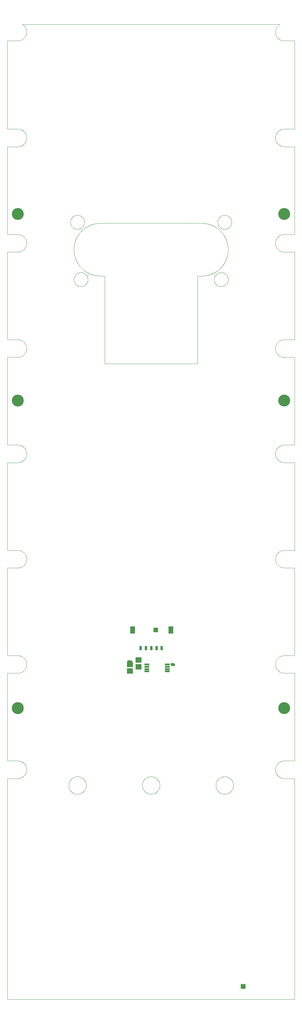
<source format=gbs>
G75*
%MOIN*%
%OFA0B0*%
%FSLAX25Y25*%
%IPPOS*%
%LPD*%
%AMOC8*
5,1,8,0,0,1.08239X$1,22.5*
%
%ADD10C,0.00394*%
%ADD11R,0.03162X0.04737*%
%ADD12R,0.05721X0.07887*%
%ADD13R,0.06706X0.05918*%
%ADD14R,0.05524X0.02178*%
%ADD15C,0.13383*%
%ADD16C,0.13461*%
%ADD17C,0.03581*%
D10*
X0102215Y0071072D02*
X0425050Y0071072D01*
X0425050Y0319015D01*
X0413239Y0319015D01*
X0413239Y0319014D02*
X0412999Y0319017D01*
X0412760Y0319026D01*
X0412521Y0319040D01*
X0412282Y0319061D01*
X0412043Y0319087D01*
X0411806Y0319119D01*
X0411569Y0319157D01*
X0411333Y0319200D01*
X0411099Y0319249D01*
X0410866Y0319304D01*
X0410634Y0319365D01*
X0410403Y0319431D01*
X0410175Y0319503D01*
X0409948Y0319581D01*
X0409723Y0319663D01*
X0409500Y0319752D01*
X0409279Y0319846D01*
X0409061Y0319945D01*
X0408845Y0320049D01*
X0408632Y0320159D01*
X0408422Y0320273D01*
X0408214Y0320393D01*
X0408009Y0320518D01*
X0407808Y0320648D01*
X0407610Y0320783D01*
X0407415Y0320922D01*
X0407223Y0321066D01*
X0407035Y0321215D01*
X0406851Y0321368D01*
X0406671Y0321526D01*
X0406494Y0321688D01*
X0406321Y0321855D01*
X0406153Y0322025D01*
X0405989Y0322200D01*
X0405829Y0322378D01*
X0405673Y0322561D01*
X0405522Y0322747D01*
X0405376Y0322937D01*
X0405234Y0323130D01*
X0405097Y0323326D01*
X0404964Y0323526D01*
X0404837Y0323729D01*
X0404715Y0323935D01*
X0404597Y0324145D01*
X0404485Y0324356D01*
X0404378Y0324571D01*
X0404276Y0324788D01*
X0404180Y0325007D01*
X0404089Y0325229D01*
X0404003Y0325453D01*
X0403923Y0325679D01*
X0403849Y0325907D01*
X0403780Y0326136D01*
X0403716Y0326367D01*
X0403658Y0326600D01*
X0403606Y0326834D01*
X0403560Y0327069D01*
X0403519Y0327305D01*
X0403484Y0327543D01*
X0403455Y0327780D01*
X0403432Y0328019D01*
X0403414Y0328258D01*
X0403403Y0328498D01*
X0403397Y0328737D01*
X0403397Y0328977D01*
X0403403Y0329216D01*
X0403414Y0329456D01*
X0403432Y0329695D01*
X0403455Y0329934D01*
X0403484Y0330171D01*
X0403519Y0330409D01*
X0403560Y0330645D01*
X0403606Y0330880D01*
X0403658Y0331114D01*
X0403716Y0331347D01*
X0403780Y0331578D01*
X0403849Y0331807D01*
X0403923Y0332035D01*
X0404003Y0332261D01*
X0404089Y0332485D01*
X0404180Y0332707D01*
X0404276Y0332926D01*
X0404378Y0333143D01*
X0404485Y0333358D01*
X0404597Y0333569D01*
X0404715Y0333779D01*
X0404837Y0333985D01*
X0404964Y0334188D01*
X0405097Y0334388D01*
X0405234Y0334584D01*
X0405376Y0334777D01*
X0405522Y0334967D01*
X0405673Y0335153D01*
X0405829Y0335336D01*
X0405989Y0335514D01*
X0406153Y0335689D01*
X0406321Y0335859D01*
X0406494Y0336026D01*
X0406671Y0336188D01*
X0406851Y0336346D01*
X0407035Y0336499D01*
X0407223Y0336648D01*
X0407415Y0336792D01*
X0407610Y0336931D01*
X0407808Y0337066D01*
X0408009Y0337196D01*
X0408214Y0337321D01*
X0408422Y0337441D01*
X0408632Y0337555D01*
X0408845Y0337665D01*
X0409061Y0337769D01*
X0409279Y0337868D01*
X0409500Y0337962D01*
X0409723Y0338051D01*
X0409948Y0338133D01*
X0410175Y0338211D01*
X0410403Y0338283D01*
X0410634Y0338349D01*
X0410866Y0338410D01*
X0411099Y0338465D01*
X0411333Y0338514D01*
X0411569Y0338557D01*
X0411806Y0338595D01*
X0412043Y0338627D01*
X0412282Y0338653D01*
X0412521Y0338674D01*
X0412760Y0338688D01*
X0412999Y0338697D01*
X0413239Y0338700D01*
X0425050Y0338700D01*
X0425050Y0437125D01*
X0413239Y0437125D01*
X0413239Y0437124D02*
X0412999Y0437127D01*
X0412760Y0437136D01*
X0412521Y0437150D01*
X0412282Y0437171D01*
X0412043Y0437197D01*
X0411806Y0437229D01*
X0411569Y0437267D01*
X0411333Y0437310D01*
X0411099Y0437359D01*
X0410866Y0437414D01*
X0410634Y0437475D01*
X0410403Y0437541D01*
X0410175Y0437613D01*
X0409948Y0437691D01*
X0409723Y0437773D01*
X0409500Y0437862D01*
X0409279Y0437956D01*
X0409061Y0438055D01*
X0408845Y0438159D01*
X0408632Y0438269D01*
X0408422Y0438383D01*
X0408214Y0438503D01*
X0408009Y0438628D01*
X0407808Y0438758D01*
X0407610Y0438893D01*
X0407415Y0439032D01*
X0407223Y0439176D01*
X0407035Y0439325D01*
X0406851Y0439478D01*
X0406671Y0439636D01*
X0406494Y0439798D01*
X0406321Y0439965D01*
X0406153Y0440135D01*
X0405989Y0440310D01*
X0405829Y0440488D01*
X0405673Y0440671D01*
X0405522Y0440857D01*
X0405376Y0441047D01*
X0405234Y0441240D01*
X0405097Y0441436D01*
X0404964Y0441636D01*
X0404837Y0441839D01*
X0404715Y0442045D01*
X0404597Y0442255D01*
X0404485Y0442466D01*
X0404378Y0442681D01*
X0404276Y0442898D01*
X0404180Y0443117D01*
X0404089Y0443339D01*
X0404003Y0443563D01*
X0403923Y0443789D01*
X0403849Y0444017D01*
X0403780Y0444246D01*
X0403716Y0444477D01*
X0403658Y0444710D01*
X0403606Y0444944D01*
X0403560Y0445179D01*
X0403519Y0445415D01*
X0403484Y0445653D01*
X0403455Y0445890D01*
X0403432Y0446129D01*
X0403414Y0446368D01*
X0403403Y0446608D01*
X0403397Y0446847D01*
X0403397Y0447087D01*
X0403403Y0447326D01*
X0403414Y0447566D01*
X0403432Y0447805D01*
X0403455Y0448044D01*
X0403484Y0448281D01*
X0403519Y0448519D01*
X0403560Y0448755D01*
X0403606Y0448990D01*
X0403658Y0449224D01*
X0403716Y0449457D01*
X0403780Y0449688D01*
X0403849Y0449917D01*
X0403923Y0450145D01*
X0404003Y0450371D01*
X0404089Y0450595D01*
X0404180Y0450817D01*
X0404276Y0451036D01*
X0404378Y0451253D01*
X0404485Y0451468D01*
X0404597Y0451679D01*
X0404715Y0451889D01*
X0404837Y0452095D01*
X0404964Y0452298D01*
X0405097Y0452498D01*
X0405234Y0452694D01*
X0405376Y0452887D01*
X0405522Y0453077D01*
X0405673Y0453263D01*
X0405829Y0453446D01*
X0405989Y0453624D01*
X0406153Y0453799D01*
X0406321Y0453969D01*
X0406494Y0454136D01*
X0406671Y0454298D01*
X0406851Y0454456D01*
X0407035Y0454609D01*
X0407223Y0454758D01*
X0407415Y0454902D01*
X0407610Y0455041D01*
X0407808Y0455176D01*
X0408009Y0455306D01*
X0408214Y0455431D01*
X0408422Y0455551D01*
X0408632Y0455665D01*
X0408845Y0455775D01*
X0409061Y0455879D01*
X0409279Y0455978D01*
X0409500Y0456072D01*
X0409723Y0456161D01*
X0409948Y0456243D01*
X0410175Y0456321D01*
X0410403Y0456393D01*
X0410634Y0456459D01*
X0410866Y0456520D01*
X0411099Y0456575D01*
X0411333Y0456624D01*
X0411569Y0456667D01*
X0411806Y0456705D01*
X0412043Y0456737D01*
X0412282Y0456763D01*
X0412521Y0456784D01*
X0412760Y0456798D01*
X0412999Y0456807D01*
X0413239Y0456810D01*
X0425050Y0456810D01*
X0425050Y0555235D01*
X0413239Y0555235D01*
X0412999Y0555238D01*
X0412760Y0555247D01*
X0412521Y0555261D01*
X0412282Y0555282D01*
X0412043Y0555308D01*
X0411806Y0555340D01*
X0411569Y0555378D01*
X0411333Y0555421D01*
X0411099Y0555470D01*
X0410866Y0555525D01*
X0410634Y0555586D01*
X0410403Y0555652D01*
X0410175Y0555724D01*
X0409948Y0555802D01*
X0409723Y0555884D01*
X0409500Y0555973D01*
X0409279Y0556067D01*
X0409061Y0556166D01*
X0408845Y0556270D01*
X0408632Y0556380D01*
X0408422Y0556494D01*
X0408214Y0556614D01*
X0408009Y0556739D01*
X0407808Y0556869D01*
X0407610Y0557004D01*
X0407415Y0557143D01*
X0407223Y0557287D01*
X0407035Y0557436D01*
X0406851Y0557589D01*
X0406671Y0557747D01*
X0406494Y0557909D01*
X0406321Y0558076D01*
X0406153Y0558246D01*
X0405989Y0558421D01*
X0405829Y0558599D01*
X0405673Y0558782D01*
X0405522Y0558968D01*
X0405376Y0559158D01*
X0405234Y0559351D01*
X0405097Y0559547D01*
X0404964Y0559747D01*
X0404837Y0559950D01*
X0404715Y0560157D01*
X0404597Y0560366D01*
X0404485Y0560577D01*
X0404378Y0560792D01*
X0404276Y0561009D01*
X0404180Y0561228D01*
X0404089Y0561450D01*
X0404003Y0561674D01*
X0403923Y0561900D01*
X0403849Y0562128D01*
X0403780Y0562357D01*
X0403716Y0562588D01*
X0403658Y0562821D01*
X0403606Y0563055D01*
X0403560Y0563290D01*
X0403519Y0563526D01*
X0403484Y0563764D01*
X0403455Y0564001D01*
X0403432Y0564240D01*
X0403414Y0564479D01*
X0403403Y0564719D01*
X0403397Y0564958D01*
X0403397Y0565198D01*
X0403403Y0565437D01*
X0403414Y0565677D01*
X0403432Y0565916D01*
X0403455Y0566155D01*
X0403484Y0566392D01*
X0403519Y0566630D01*
X0403560Y0566866D01*
X0403606Y0567101D01*
X0403658Y0567335D01*
X0403716Y0567568D01*
X0403780Y0567799D01*
X0403849Y0568028D01*
X0403923Y0568256D01*
X0404003Y0568482D01*
X0404089Y0568706D01*
X0404180Y0568928D01*
X0404276Y0569147D01*
X0404378Y0569364D01*
X0404485Y0569579D01*
X0404597Y0569790D01*
X0404715Y0570000D01*
X0404837Y0570206D01*
X0404964Y0570409D01*
X0405097Y0570609D01*
X0405234Y0570805D01*
X0405376Y0570998D01*
X0405522Y0571188D01*
X0405673Y0571374D01*
X0405829Y0571557D01*
X0405989Y0571735D01*
X0406153Y0571910D01*
X0406321Y0572080D01*
X0406494Y0572247D01*
X0406671Y0572409D01*
X0406851Y0572567D01*
X0407035Y0572720D01*
X0407223Y0572869D01*
X0407415Y0573013D01*
X0407610Y0573152D01*
X0407808Y0573287D01*
X0408009Y0573417D01*
X0408214Y0573542D01*
X0408422Y0573662D01*
X0408632Y0573776D01*
X0408845Y0573886D01*
X0409061Y0573990D01*
X0409279Y0574089D01*
X0409500Y0574183D01*
X0409723Y0574272D01*
X0409948Y0574354D01*
X0410175Y0574432D01*
X0410403Y0574504D01*
X0410634Y0574570D01*
X0410866Y0574631D01*
X0411099Y0574686D01*
X0411333Y0574735D01*
X0411569Y0574778D01*
X0411806Y0574816D01*
X0412043Y0574848D01*
X0412282Y0574874D01*
X0412521Y0574895D01*
X0412760Y0574909D01*
X0412999Y0574918D01*
X0413239Y0574921D01*
X0413239Y0574920D02*
X0425050Y0574920D01*
X0425050Y0673345D01*
X0413239Y0673345D01*
X0412999Y0673348D01*
X0412760Y0673357D01*
X0412521Y0673371D01*
X0412282Y0673392D01*
X0412043Y0673418D01*
X0411806Y0673450D01*
X0411569Y0673488D01*
X0411333Y0673531D01*
X0411099Y0673580D01*
X0410866Y0673635D01*
X0410634Y0673696D01*
X0410403Y0673762D01*
X0410175Y0673834D01*
X0409948Y0673912D01*
X0409723Y0673994D01*
X0409500Y0674083D01*
X0409279Y0674177D01*
X0409061Y0674276D01*
X0408845Y0674380D01*
X0408632Y0674490D01*
X0408422Y0674604D01*
X0408214Y0674724D01*
X0408009Y0674849D01*
X0407808Y0674979D01*
X0407610Y0675114D01*
X0407415Y0675253D01*
X0407223Y0675397D01*
X0407035Y0675546D01*
X0406851Y0675699D01*
X0406671Y0675857D01*
X0406494Y0676019D01*
X0406321Y0676186D01*
X0406153Y0676356D01*
X0405989Y0676531D01*
X0405829Y0676709D01*
X0405673Y0676892D01*
X0405522Y0677078D01*
X0405376Y0677268D01*
X0405234Y0677461D01*
X0405097Y0677657D01*
X0404964Y0677857D01*
X0404837Y0678060D01*
X0404715Y0678267D01*
X0404597Y0678476D01*
X0404485Y0678687D01*
X0404378Y0678902D01*
X0404276Y0679119D01*
X0404180Y0679338D01*
X0404089Y0679560D01*
X0404003Y0679784D01*
X0403923Y0680010D01*
X0403849Y0680238D01*
X0403780Y0680467D01*
X0403716Y0680698D01*
X0403658Y0680931D01*
X0403606Y0681165D01*
X0403560Y0681400D01*
X0403519Y0681636D01*
X0403484Y0681874D01*
X0403455Y0682111D01*
X0403432Y0682350D01*
X0403414Y0682589D01*
X0403403Y0682829D01*
X0403397Y0683068D01*
X0403397Y0683308D01*
X0403403Y0683547D01*
X0403414Y0683787D01*
X0403432Y0684026D01*
X0403455Y0684265D01*
X0403484Y0684502D01*
X0403519Y0684740D01*
X0403560Y0684976D01*
X0403606Y0685211D01*
X0403658Y0685445D01*
X0403716Y0685678D01*
X0403780Y0685909D01*
X0403849Y0686138D01*
X0403923Y0686366D01*
X0404003Y0686592D01*
X0404089Y0686816D01*
X0404180Y0687038D01*
X0404276Y0687257D01*
X0404378Y0687474D01*
X0404485Y0687689D01*
X0404597Y0687900D01*
X0404715Y0688110D01*
X0404837Y0688316D01*
X0404964Y0688519D01*
X0405097Y0688719D01*
X0405234Y0688915D01*
X0405376Y0689108D01*
X0405522Y0689298D01*
X0405673Y0689484D01*
X0405829Y0689667D01*
X0405989Y0689845D01*
X0406153Y0690020D01*
X0406321Y0690190D01*
X0406494Y0690357D01*
X0406671Y0690519D01*
X0406851Y0690677D01*
X0407035Y0690830D01*
X0407223Y0690979D01*
X0407415Y0691123D01*
X0407610Y0691262D01*
X0407808Y0691397D01*
X0408009Y0691527D01*
X0408214Y0691652D01*
X0408422Y0691772D01*
X0408632Y0691886D01*
X0408845Y0691996D01*
X0409061Y0692100D01*
X0409279Y0692199D01*
X0409500Y0692293D01*
X0409723Y0692382D01*
X0409948Y0692464D01*
X0410175Y0692542D01*
X0410403Y0692614D01*
X0410634Y0692680D01*
X0410866Y0692741D01*
X0411099Y0692796D01*
X0411333Y0692845D01*
X0411569Y0692888D01*
X0411806Y0692926D01*
X0412043Y0692958D01*
X0412282Y0692984D01*
X0412521Y0693005D01*
X0412760Y0693019D01*
X0412999Y0693028D01*
X0413239Y0693031D01*
X0413239Y0693030D02*
X0425050Y0693030D01*
X0425050Y0791456D01*
X0413239Y0791456D01*
X0413239Y0791455D02*
X0412999Y0791458D01*
X0412760Y0791467D01*
X0412521Y0791481D01*
X0412282Y0791502D01*
X0412043Y0791528D01*
X0411806Y0791560D01*
X0411569Y0791598D01*
X0411333Y0791641D01*
X0411099Y0791690D01*
X0410866Y0791745D01*
X0410634Y0791806D01*
X0410403Y0791872D01*
X0410175Y0791944D01*
X0409948Y0792022D01*
X0409723Y0792104D01*
X0409500Y0792193D01*
X0409279Y0792287D01*
X0409061Y0792386D01*
X0408845Y0792490D01*
X0408632Y0792600D01*
X0408422Y0792714D01*
X0408214Y0792834D01*
X0408009Y0792959D01*
X0407808Y0793089D01*
X0407610Y0793224D01*
X0407415Y0793363D01*
X0407223Y0793507D01*
X0407035Y0793656D01*
X0406851Y0793809D01*
X0406671Y0793967D01*
X0406494Y0794129D01*
X0406321Y0794296D01*
X0406153Y0794466D01*
X0405989Y0794641D01*
X0405829Y0794819D01*
X0405673Y0795002D01*
X0405522Y0795188D01*
X0405376Y0795378D01*
X0405234Y0795571D01*
X0405097Y0795767D01*
X0404964Y0795967D01*
X0404837Y0796170D01*
X0404715Y0796377D01*
X0404597Y0796586D01*
X0404485Y0796797D01*
X0404378Y0797012D01*
X0404276Y0797229D01*
X0404180Y0797448D01*
X0404089Y0797670D01*
X0404003Y0797894D01*
X0403923Y0798120D01*
X0403849Y0798348D01*
X0403780Y0798577D01*
X0403716Y0798808D01*
X0403658Y0799041D01*
X0403606Y0799275D01*
X0403560Y0799510D01*
X0403519Y0799746D01*
X0403484Y0799984D01*
X0403455Y0800221D01*
X0403432Y0800460D01*
X0403414Y0800699D01*
X0403403Y0800939D01*
X0403397Y0801178D01*
X0403397Y0801418D01*
X0403403Y0801657D01*
X0403414Y0801897D01*
X0403432Y0802136D01*
X0403455Y0802375D01*
X0403484Y0802612D01*
X0403519Y0802850D01*
X0403560Y0803086D01*
X0403606Y0803321D01*
X0403658Y0803555D01*
X0403716Y0803788D01*
X0403780Y0804019D01*
X0403849Y0804248D01*
X0403923Y0804476D01*
X0404003Y0804702D01*
X0404089Y0804926D01*
X0404180Y0805148D01*
X0404276Y0805367D01*
X0404378Y0805584D01*
X0404485Y0805799D01*
X0404597Y0806010D01*
X0404715Y0806220D01*
X0404837Y0806426D01*
X0404964Y0806629D01*
X0405097Y0806829D01*
X0405234Y0807025D01*
X0405376Y0807218D01*
X0405522Y0807408D01*
X0405673Y0807594D01*
X0405829Y0807777D01*
X0405989Y0807955D01*
X0406153Y0808130D01*
X0406321Y0808300D01*
X0406494Y0808467D01*
X0406671Y0808629D01*
X0406851Y0808787D01*
X0407035Y0808940D01*
X0407223Y0809089D01*
X0407415Y0809233D01*
X0407610Y0809372D01*
X0407808Y0809507D01*
X0408009Y0809637D01*
X0408214Y0809762D01*
X0408422Y0809882D01*
X0408632Y0809996D01*
X0408845Y0810106D01*
X0409061Y0810210D01*
X0409279Y0810309D01*
X0409500Y0810403D01*
X0409723Y0810492D01*
X0409948Y0810574D01*
X0410175Y0810652D01*
X0410403Y0810724D01*
X0410634Y0810790D01*
X0410866Y0810851D01*
X0411099Y0810906D01*
X0411333Y0810955D01*
X0411569Y0810998D01*
X0411806Y0811036D01*
X0412043Y0811068D01*
X0412282Y0811094D01*
X0412521Y0811115D01*
X0412760Y0811129D01*
X0412999Y0811138D01*
X0413239Y0811141D01*
X0425050Y0811141D01*
X0425050Y0909566D01*
X0413239Y0909566D01*
X0413239Y0909565D02*
X0412999Y0909568D01*
X0412760Y0909577D01*
X0412521Y0909591D01*
X0412282Y0909612D01*
X0412043Y0909638D01*
X0411806Y0909670D01*
X0411569Y0909708D01*
X0411333Y0909751D01*
X0411099Y0909800D01*
X0410866Y0909855D01*
X0410634Y0909916D01*
X0410403Y0909982D01*
X0410175Y0910054D01*
X0409948Y0910132D01*
X0409723Y0910214D01*
X0409500Y0910303D01*
X0409279Y0910397D01*
X0409061Y0910496D01*
X0408845Y0910600D01*
X0408632Y0910710D01*
X0408422Y0910824D01*
X0408214Y0910944D01*
X0408009Y0911069D01*
X0407808Y0911199D01*
X0407610Y0911334D01*
X0407415Y0911473D01*
X0407223Y0911617D01*
X0407035Y0911766D01*
X0406851Y0911919D01*
X0406671Y0912077D01*
X0406494Y0912239D01*
X0406321Y0912406D01*
X0406153Y0912576D01*
X0405989Y0912751D01*
X0405829Y0912929D01*
X0405673Y0913112D01*
X0405522Y0913298D01*
X0405376Y0913488D01*
X0405234Y0913681D01*
X0405097Y0913877D01*
X0404964Y0914077D01*
X0404837Y0914280D01*
X0404715Y0914487D01*
X0404597Y0914696D01*
X0404485Y0914907D01*
X0404378Y0915122D01*
X0404276Y0915339D01*
X0404180Y0915558D01*
X0404089Y0915780D01*
X0404003Y0916004D01*
X0403923Y0916230D01*
X0403849Y0916458D01*
X0403780Y0916687D01*
X0403716Y0916918D01*
X0403658Y0917151D01*
X0403606Y0917385D01*
X0403560Y0917620D01*
X0403519Y0917856D01*
X0403484Y0918094D01*
X0403455Y0918331D01*
X0403432Y0918570D01*
X0403414Y0918809D01*
X0403403Y0919049D01*
X0403397Y0919288D01*
X0403397Y0919528D01*
X0403403Y0919767D01*
X0403414Y0920007D01*
X0403432Y0920246D01*
X0403455Y0920485D01*
X0403484Y0920722D01*
X0403519Y0920960D01*
X0403560Y0921196D01*
X0403606Y0921431D01*
X0403658Y0921665D01*
X0403716Y0921898D01*
X0403780Y0922129D01*
X0403849Y0922358D01*
X0403923Y0922586D01*
X0404003Y0922812D01*
X0404089Y0923036D01*
X0404180Y0923258D01*
X0404276Y0923477D01*
X0404378Y0923694D01*
X0404485Y0923909D01*
X0404597Y0924120D01*
X0404715Y0924330D01*
X0404837Y0924536D01*
X0404964Y0924739D01*
X0405097Y0924939D01*
X0405234Y0925135D01*
X0405376Y0925328D01*
X0405522Y0925518D01*
X0405673Y0925704D01*
X0405829Y0925887D01*
X0405989Y0926065D01*
X0406153Y0926240D01*
X0406321Y0926410D01*
X0406494Y0926577D01*
X0406671Y0926739D01*
X0406851Y0926897D01*
X0407035Y0927050D01*
X0407223Y0927199D01*
X0407415Y0927343D01*
X0407610Y0927482D01*
X0407808Y0927617D01*
X0408009Y0927747D01*
X0408214Y0927872D01*
X0408422Y0927992D01*
X0408632Y0928106D01*
X0408845Y0928216D01*
X0409061Y0928320D01*
X0409279Y0928419D01*
X0409500Y0928513D01*
X0409723Y0928602D01*
X0409948Y0928684D01*
X0410175Y0928762D01*
X0410403Y0928834D01*
X0410634Y0928900D01*
X0410866Y0928961D01*
X0411099Y0929016D01*
X0411333Y0929065D01*
X0411569Y0929108D01*
X0411806Y0929146D01*
X0412043Y0929178D01*
X0412282Y0929204D01*
X0412521Y0929225D01*
X0412760Y0929239D01*
X0412999Y0929248D01*
X0413239Y0929251D01*
X0425050Y0929251D01*
X0425050Y1027676D01*
X0413239Y1027676D01*
X0412999Y1027679D01*
X0412760Y1027688D01*
X0412521Y1027702D01*
X0412282Y1027723D01*
X0412043Y1027749D01*
X0411806Y1027781D01*
X0411569Y1027819D01*
X0411333Y1027862D01*
X0411099Y1027911D01*
X0410866Y1027966D01*
X0410634Y1028027D01*
X0410403Y1028093D01*
X0410175Y1028165D01*
X0409948Y1028243D01*
X0409723Y1028325D01*
X0409500Y1028414D01*
X0409279Y1028508D01*
X0409061Y1028607D01*
X0408845Y1028711D01*
X0408632Y1028821D01*
X0408422Y1028935D01*
X0408214Y1029055D01*
X0408009Y1029180D01*
X0407808Y1029310D01*
X0407610Y1029445D01*
X0407415Y1029584D01*
X0407223Y1029728D01*
X0407035Y1029877D01*
X0406851Y1030030D01*
X0406671Y1030188D01*
X0406494Y1030350D01*
X0406321Y1030517D01*
X0406153Y1030687D01*
X0405989Y1030862D01*
X0405829Y1031040D01*
X0405673Y1031223D01*
X0405522Y1031409D01*
X0405376Y1031599D01*
X0405234Y1031792D01*
X0405097Y1031988D01*
X0404964Y1032188D01*
X0404837Y1032391D01*
X0404715Y1032598D01*
X0404597Y1032807D01*
X0404485Y1033018D01*
X0404378Y1033233D01*
X0404276Y1033450D01*
X0404180Y1033669D01*
X0404089Y1033891D01*
X0404003Y1034115D01*
X0403923Y1034341D01*
X0403849Y1034569D01*
X0403780Y1034798D01*
X0403716Y1035029D01*
X0403658Y1035262D01*
X0403606Y1035496D01*
X0403560Y1035731D01*
X0403519Y1035967D01*
X0403484Y1036205D01*
X0403455Y1036442D01*
X0403432Y1036681D01*
X0403414Y1036920D01*
X0403403Y1037160D01*
X0403397Y1037399D01*
X0403397Y1037639D01*
X0403403Y1037878D01*
X0403414Y1038118D01*
X0403432Y1038357D01*
X0403455Y1038596D01*
X0403484Y1038833D01*
X0403519Y1039071D01*
X0403560Y1039307D01*
X0403606Y1039542D01*
X0403658Y1039776D01*
X0403716Y1040009D01*
X0403780Y1040240D01*
X0403849Y1040469D01*
X0403923Y1040697D01*
X0404003Y1040923D01*
X0404089Y1041147D01*
X0404180Y1041369D01*
X0404276Y1041588D01*
X0404378Y1041805D01*
X0404485Y1042020D01*
X0404597Y1042231D01*
X0404715Y1042441D01*
X0404837Y1042647D01*
X0404964Y1042850D01*
X0405097Y1043050D01*
X0405234Y1043246D01*
X0405376Y1043439D01*
X0405522Y1043629D01*
X0405673Y1043815D01*
X0405829Y1043998D01*
X0405989Y1044176D01*
X0406153Y1044351D01*
X0406321Y1044521D01*
X0406494Y1044688D01*
X0406671Y1044850D01*
X0406851Y1045008D01*
X0407035Y1045161D01*
X0407223Y1045310D01*
X0407415Y1045454D01*
X0407610Y1045593D01*
X0407808Y1045728D01*
X0408009Y1045858D01*
X0408214Y1045983D01*
X0408422Y1046103D01*
X0408632Y1046217D01*
X0408845Y1046327D01*
X0409061Y1046431D01*
X0409279Y1046530D01*
X0409500Y1046624D01*
X0409723Y1046713D01*
X0409948Y1046795D01*
X0410175Y1046873D01*
X0410403Y1046945D01*
X0410634Y1047011D01*
X0410866Y1047072D01*
X0411099Y1047127D01*
X0411333Y1047176D01*
X0411569Y1047219D01*
X0411806Y1047257D01*
X0412043Y1047289D01*
X0412282Y1047315D01*
X0412521Y1047336D01*
X0412760Y1047350D01*
X0412999Y1047359D01*
X0413239Y1047362D01*
X0413239Y1047361D02*
X0425050Y1047361D01*
X0425050Y1146466D01*
X0413239Y1146466D01*
X0413239Y1146465D02*
X0412999Y1146468D01*
X0412760Y1146477D01*
X0412520Y1146491D01*
X0412282Y1146512D01*
X0412043Y1146538D01*
X0411806Y1146570D01*
X0411569Y1146608D01*
X0411333Y1146651D01*
X0411099Y1146701D01*
X0410865Y1146756D01*
X0410633Y1146816D01*
X0410403Y1146882D01*
X0410174Y1146954D01*
X0409947Y1147032D01*
X0409722Y1147115D01*
X0409500Y1147203D01*
X0409279Y1147297D01*
X0409061Y1147396D01*
X0408845Y1147500D01*
X0408632Y1147610D01*
X0408421Y1147725D01*
X0408214Y1147845D01*
X0408009Y1147969D01*
X0407807Y1148099D01*
X0407609Y1148234D01*
X0407414Y1148373D01*
X0407223Y1148518D01*
X0407035Y1148667D01*
X0406851Y1148820D01*
X0406670Y1148978D01*
X0406494Y1149140D01*
X0406321Y1149306D01*
X0406152Y1149477D01*
X0405988Y1149651D01*
X0405828Y1149830D01*
X0405673Y1150012D01*
X0405522Y1150198D01*
X0405375Y1150388D01*
X0405233Y1150581D01*
X0405096Y1150778D01*
X0404964Y1150978D01*
X0404837Y1151181D01*
X0404714Y1151387D01*
X0404597Y1151596D01*
X0404485Y1151808D01*
X0404378Y1152023D01*
X0404276Y1152240D01*
X0404180Y1152459D01*
X0404089Y1152681D01*
X0404003Y1152905D01*
X0403923Y1153131D01*
X0403848Y1153359D01*
X0403779Y1153588D01*
X0403716Y1153820D01*
X0403658Y1154052D01*
X0403606Y1154286D01*
X0403559Y1154521D01*
X0403519Y1154758D01*
X0403484Y1154995D01*
X0403455Y1155233D01*
X0403432Y1155471D01*
X0403414Y1155710D01*
X0403403Y1155950D01*
X0403397Y1156190D01*
X0403397Y1156429D01*
X0403403Y1156669D01*
X0403414Y1156908D01*
X0403432Y1157148D01*
X0403455Y1157386D01*
X0403484Y1157624D01*
X0403519Y1157861D01*
X0403560Y1158097D01*
X0403606Y1158333D01*
X0403659Y1158567D01*
X0403716Y1158799D01*
X0403780Y1159030D01*
X0403849Y1159260D01*
X0403924Y1159488D01*
X0404004Y1159714D01*
X0404090Y1159938D01*
X0404181Y1160159D01*
X0404277Y1160379D01*
X0404379Y1160596D01*
X0404486Y1160810D01*
X0404598Y1161022D01*
X0404716Y1161231D01*
X0404838Y1161437D01*
X0404966Y1161640D01*
X0405098Y1161840D01*
X0405235Y1162037D01*
X0405377Y1162230D01*
X0405523Y1162420D01*
X0405675Y1162606D01*
X0405830Y1162788D01*
X0405990Y1162967D01*
X0406155Y1163141D01*
X0406323Y1163312D01*
X0406496Y1163478D01*
X0406672Y1163640D01*
X0406853Y1163798D01*
X0407037Y1163951D01*
X0407225Y1164100D01*
X0407417Y1164244D01*
X0407612Y1164384D01*
X0407810Y1164518D01*
X0408011Y1164648D01*
X0408216Y1164773D01*
X0119049Y1164773D01*
X0119254Y1164648D01*
X0119455Y1164518D01*
X0119653Y1164384D01*
X0119848Y1164244D01*
X0120040Y1164100D01*
X0120228Y1163951D01*
X0120412Y1163798D01*
X0120593Y1163640D01*
X0120769Y1163478D01*
X0120942Y1163312D01*
X0121110Y1163141D01*
X0121275Y1162967D01*
X0121435Y1162788D01*
X0121590Y1162606D01*
X0121742Y1162420D01*
X0121888Y1162230D01*
X0122030Y1162037D01*
X0122167Y1161840D01*
X0122299Y1161640D01*
X0122427Y1161437D01*
X0122549Y1161231D01*
X0122667Y1161022D01*
X0122779Y1160810D01*
X0122886Y1160596D01*
X0122988Y1160379D01*
X0123084Y1160159D01*
X0123175Y1159938D01*
X0123261Y1159714D01*
X0123341Y1159488D01*
X0123416Y1159260D01*
X0123485Y1159030D01*
X0123549Y1158799D01*
X0123606Y1158567D01*
X0123659Y1158333D01*
X0123705Y1158097D01*
X0123746Y1157861D01*
X0123781Y1157624D01*
X0123810Y1157386D01*
X0123833Y1157148D01*
X0123851Y1156908D01*
X0123862Y1156669D01*
X0123868Y1156429D01*
X0123868Y1156190D01*
X0123862Y1155950D01*
X0123851Y1155710D01*
X0123833Y1155471D01*
X0123810Y1155233D01*
X0123781Y1154995D01*
X0123746Y1154758D01*
X0123706Y1154521D01*
X0123659Y1154286D01*
X0123607Y1154052D01*
X0123549Y1153820D01*
X0123486Y1153588D01*
X0123417Y1153359D01*
X0123342Y1153131D01*
X0123262Y1152905D01*
X0123176Y1152681D01*
X0123085Y1152459D01*
X0122989Y1152240D01*
X0122887Y1152023D01*
X0122780Y1151808D01*
X0122668Y1151596D01*
X0122551Y1151387D01*
X0122428Y1151181D01*
X0122301Y1150978D01*
X0122169Y1150778D01*
X0122032Y1150581D01*
X0121890Y1150388D01*
X0121743Y1150198D01*
X0121592Y1150012D01*
X0121437Y1149830D01*
X0121277Y1149651D01*
X0121113Y1149477D01*
X0120944Y1149306D01*
X0120771Y1149140D01*
X0120595Y1148978D01*
X0120414Y1148820D01*
X0120230Y1148667D01*
X0120042Y1148518D01*
X0119851Y1148373D01*
X0119656Y1148234D01*
X0119458Y1148099D01*
X0119256Y1147969D01*
X0119051Y1147845D01*
X0118844Y1147725D01*
X0118633Y1147610D01*
X0118420Y1147500D01*
X0118204Y1147396D01*
X0117986Y1147297D01*
X0117765Y1147203D01*
X0117543Y1147115D01*
X0117318Y1147032D01*
X0117091Y1146954D01*
X0116862Y1146882D01*
X0116632Y1146816D01*
X0116400Y1146756D01*
X0116166Y1146701D01*
X0115932Y1146651D01*
X0115696Y1146608D01*
X0115459Y1146570D01*
X0115222Y1146538D01*
X0114983Y1146512D01*
X0114745Y1146491D01*
X0114505Y1146477D01*
X0114266Y1146468D01*
X0114026Y1146465D01*
X0114026Y1146466D02*
X0102215Y1146466D01*
X0102215Y1047361D01*
X0114026Y1047361D01*
X0114026Y1047362D02*
X0114266Y1047359D01*
X0114505Y1047350D01*
X0114744Y1047336D01*
X0114983Y1047315D01*
X0115222Y1047289D01*
X0115459Y1047257D01*
X0115696Y1047219D01*
X0115932Y1047176D01*
X0116166Y1047127D01*
X0116399Y1047072D01*
X0116631Y1047011D01*
X0116862Y1046945D01*
X0117090Y1046873D01*
X0117317Y1046795D01*
X0117542Y1046713D01*
X0117765Y1046624D01*
X0117986Y1046530D01*
X0118204Y1046431D01*
X0118420Y1046327D01*
X0118633Y1046217D01*
X0118843Y1046103D01*
X0119051Y1045983D01*
X0119256Y1045858D01*
X0119457Y1045728D01*
X0119655Y1045593D01*
X0119850Y1045454D01*
X0120042Y1045310D01*
X0120230Y1045161D01*
X0120414Y1045008D01*
X0120594Y1044850D01*
X0120771Y1044688D01*
X0120944Y1044521D01*
X0121112Y1044351D01*
X0121276Y1044176D01*
X0121436Y1043998D01*
X0121592Y1043815D01*
X0121743Y1043629D01*
X0121889Y1043439D01*
X0122031Y1043246D01*
X0122168Y1043050D01*
X0122301Y1042850D01*
X0122428Y1042647D01*
X0122550Y1042441D01*
X0122668Y1042231D01*
X0122780Y1042020D01*
X0122887Y1041805D01*
X0122989Y1041588D01*
X0123085Y1041369D01*
X0123176Y1041147D01*
X0123262Y1040923D01*
X0123342Y1040697D01*
X0123416Y1040469D01*
X0123485Y1040240D01*
X0123549Y1040009D01*
X0123607Y1039776D01*
X0123659Y1039542D01*
X0123705Y1039307D01*
X0123746Y1039071D01*
X0123781Y1038833D01*
X0123810Y1038596D01*
X0123833Y1038357D01*
X0123851Y1038118D01*
X0123862Y1037878D01*
X0123868Y1037639D01*
X0123868Y1037399D01*
X0123862Y1037160D01*
X0123851Y1036920D01*
X0123833Y1036681D01*
X0123810Y1036442D01*
X0123781Y1036205D01*
X0123746Y1035967D01*
X0123705Y1035731D01*
X0123659Y1035496D01*
X0123607Y1035262D01*
X0123549Y1035029D01*
X0123485Y1034798D01*
X0123416Y1034569D01*
X0123342Y1034341D01*
X0123262Y1034115D01*
X0123176Y1033891D01*
X0123085Y1033669D01*
X0122989Y1033450D01*
X0122887Y1033233D01*
X0122780Y1033018D01*
X0122668Y1032807D01*
X0122550Y1032598D01*
X0122428Y1032391D01*
X0122301Y1032188D01*
X0122168Y1031988D01*
X0122031Y1031792D01*
X0121889Y1031599D01*
X0121743Y1031409D01*
X0121592Y1031223D01*
X0121436Y1031040D01*
X0121276Y1030862D01*
X0121112Y1030687D01*
X0120944Y1030517D01*
X0120771Y1030350D01*
X0120594Y1030188D01*
X0120414Y1030030D01*
X0120230Y1029877D01*
X0120042Y1029728D01*
X0119850Y1029584D01*
X0119655Y1029445D01*
X0119457Y1029310D01*
X0119256Y1029180D01*
X0119051Y1029055D01*
X0118843Y1028935D01*
X0118633Y1028821D01*
X0118420Y1028711D01*
X0118204Y1028607D01*
X0117986Y1028508D01*
X0117765Y1028414D01*
X0117542Y1028325D01*
X0117317Y1028243D01*
X0117090Y1028165D01*
X0116862Y1028093D01*
X0116631Y1028027D01*
X0116399Y1027966D01*
X0116166Y1027911D01*
X0115932Y1027862D01*
X0115696Y1027819D01*
X0115459Y1027781D01*
X0115222Y1027749D01*
X0114983Y1027723D01*
X0114744Y1027702D01*
X0114505Y1027688D01*
X0114266Y1027679D01*
X0114026Y1027676D01*
X0102215Y1027676D01*
X0102215Y0929251D01*
X0114026Y0929251D01*
X0114266Y0929248D01*
X0114505Y0929239D01*
X0114744Y0929225D01*
X0114983Y0929204D01*
X0115222Y0929178D01*
X0115459Y0929146D01*
X0115696Y0929108D01*
X0115932Y0929065D01*
X0116166Y0929016D01*
X0116399Y0928961D01*
X0116631Y0928900D01*
X0116862Y0928834D01*
X0117090Y0928762D01*
X0117317Y0928684D01*
X0117542Y0928602D01*
X0117765Y0928513D01*
X0117986Y0928419D01*
X0118204Y0928320D01*
X0118420Y0928216D01*
X0118633Y0928106D01*
X0118843Y0927992D01*
X0119051Y0927872D01*
X0119256Y0927747D01*
X0119457Y0927617D01*
X0119655Y0927482D01*
X0119850Y0927343D01*
X0120042Y0927199D01*
X0120230Y0927050D01*
X0120414Y0926897D01*
X0120594Y0926739D01*
X0120771Y0926577D01*
X0120944Y0926410D01*
X0121112Y0926240D01*
X0121276Y0926065D01*
X0121436Y0925887D01*
X0121592Y0925704D01*
X0121743Y0925518D01*
X0121889Y0925328D01*
X0122031Y0925135D01*
X0122168Y0924939D01*
X0122301Y0924739D01*
X0122428Y0924536D01*
X0122550Y0924330D01*
X0122668Y0924120D01*
X0122780Y0923909D01*
X0122887Y0923694D01*
X0122989Y0923477D01*
X0123085Y0923258D01*
X0123176Y0923036D01*
X0123262Y0922812D01*
X0123342Y0922586D01*
X0123416Y0922358D01*
X0123485Y0922129D01*
X0123549Y0921898D01*
X0123607Y0921665D01*
X0123659Y0921431D01*
X0123705Y0921196D01*
X0123746Y0920960D01*
X0123781Y0920722D01*
X0123810Y0920485D01*
X0123833Y0920246D01*
X0123851Y0920007D01*
X0123862Y0919767D01*
X0123868Y0919528D01*
X0123868Y0919288D01*
X0123862Y0919049D01*
X0123851Y0918809D01*
X0123833Y0918570D01*
X0123810Y0918331D01*
X0123781Y0918094D01*
X0123746Y0917856D01*
X0123705Y0917620D01*
X0123659Y0917385D01*
X0123607Y0917151D01*
X0123549Y0916918D01*
X0123485Y0916687D01*
X0123416Y0916458D01*
X0123342Y0916230D01*
X0123262Y0916004D01*
X0123176Y0915780D01*
X0123085Y0915558D01*
X0122989Y0915339D01*
X0122887Y0915122D01*
X0122780Y0914907D01*
X0122668Y0914696D01*
X0122550Y0914487D01*
X0122428Y0914280D01*
X0122301Y0914077D01*
X0122168Y0913877D01*
X0122031Y0913681D01*
X0121889Y0913488D01*
X0121743Y0913298D01*
X0121592Y0913112D01*
X0121436Y0912929D01*
X0121276Y0912751D01*
X0121112Y0912576D01*
X0120944Y0912406D01*
X0120771Y0912239D01*
X0120594Y0912077D01*
X0120414Y0911919D01*
X0120230Y0911766D01*
X0120042Y0911617D01*
X0119850Y0911473D01*
X0119655Y0911334D01*
X0119457Y0911199D01*
X0119256Y0911069D01*
X0119051Y0910944D01*
X0118843Y0910824D01*
X0118633Y0910710D01*
X0118420Y0910600D01*
X0118204Y0910496D01*
X0117986Y0910397D01*
X0117765Y0910303D01*
X0117542Y0910214D01*
X0117317Y0910132D01*
X0117090Y0910054D01*
X0116862Y0909982D01*
X0116631Y0909916D01*
X0116399Y0909855D01*
X0116166Y0909800D01*
X0115932Y0909751D01*
X0115696Y0909708D01*
X0115459Y0909670D01*
X0115222Y0909638D01*
X0114983Y0909612D01*
X0114744Y0909591D01*
X0114505Y0909577D01*
X0114266Y0909568D01*
X0114026Y0909565D01*
X0114026Y0909566D02*
X0102215Y0909566D01*
X0102215Y0811141D01*
X0114026Y0811141D01*
X0114266Y0811138D01*
X0114505Y0811129D01*
X0114744Y0811115D01*
X0114983Y0811094D01*
X0115222Y0811068D01*
X0115459Y0811036D01*
X0115696Y0810998D01*
X0115932Y0810955D01*
X0116166Y0810906D01*
X0116399Y0810851D01*
X0116631Y0810790D01*
X0116862Y0810724D01*
X0117090Y0810652D01*
X0117317Y0810574D01*
X0117542Y0810492D01*
X0117765Y0810403D01*
X0117986Y0810309D01*
X0118204Y0810210D01*
X0118420Y0810106D01*
X0118633Y0809996D01*
X0118843Y0809882D01*
X0119051Y0809762D01*
X0119256Y0809637D01*
X0119457Y0809507D01*
X0119655Y0809372D01*
X0119850Y0809233D01*
X0120042Y0809089D01*
X0120230Y0808940D01*
X0120414Y0808787D01*
X0120594Y0808629D01*
X0120771Y0808467D01*
X0120944Y0808300D01*
X0121112Y0808130D01*
X0121276Y0807955D01*
X0121436Y0807777D01*
X0121592Y0807594D01*
X0121743Y0807408D01*
X0121889Y0807218D01*
X0122031Y0807025D01*
X0122168Y0806829D01*
X0122301Y0806629D01*
X0122428Y0806426D01*
X0122550Y0806220D01*
X0122668Y0806010D01*
X0122780Y0805799D01*
X0122887Y0805584D01*
X0122989Y0805367D01*
X0123085Y0805148D01*
X0123176Y0804926D01*
X0123262Y0804702D01*
X0123342Y0804476D01*
X0123416Y0804248D01*
X0123485Y0804019D01*
X0123549Y0803788D01*
X0123607Y0803555D01*
X0123659Y0803321D01*
X0123705Y0803086D01*
X0123746Y0802850D01*
X0123781Y0802612D01*
X0123810Y0802375D01*
X0123833Y0802136D01*
X0123851Y0801897D01*
X0123862Y0801657D01*
X0123868Y0801418D01*
X0123868Y0801178D01*
X0123862Y0800939D01*
X0123851Y0800699D01*
X0123833Y0800460D01*
X0123810Y0800221D01*
X0123781Y0799984D01*
X0123746Y0799746D01*
X0123705Y0799510D01*
X0123659Y0799275D01*
X0123607Y0799041D01*
X0123549Y0798808D01*
X0123485Y0798577D01*
X0123416Y0798348D01*
X0123342Y0798120D01*
X0123262Y0797894D01*
X0123176Y0797670D01*
X0123085Y0797448D01*
X0122989Y0797229D01*
X0122887Y0797012D01*
X0122780Y0796797D01*
X0122668Y0796586D01*
X0122550Y0796377D01*
X0122428Y0796170D01*
X0122301Y0795967D01*
X0122168Y0795767D01*
X0122031Y0795571D01*
X0121889Y0795378D01*
X0121743Y0795188D01*
X0121592Y0795002D01*
X0121436Y0794819D01*
X0121276Y0794641D01*
X0121112Y0794466D01*
X0120944Y0794296D01*
X0120771Y0794129D01*
X0120594Y0793967D01*
X0120414Y0793809D01*
X0120230Y0793656D01*
X0120042Y0793507D01*
X0119850Y0793363D01*
X0119655Y0793224D01*
X0119457Y0793089D01*
X0119256Y0792959D01*
X0119051Y0792834D01*
X0118843Y0792714D01*
X0118633Y0792600D01*
X0118420Y0792490D01*
X0118204Y0792386D01*
X0117986Y0792287D01*
X0117765Y0792193D01*
X0117542Y0792104D01*
X0117317Y0792022D01*
X0117090Y0791944D01*
X0116862Y0791872D01*
X0116631Y0791806D01*
X0116399Y0791745D01*
X0116166Y0791690D01*
X0115932Y0791641D01*
X0115696Y0791598D01*
X0115459Y0791560D01*
X0115222Y0791528D01*
X0114983Y0791502D01*
X0114744Y0791481D01*
X0114505Y0791467D01*
X0114266Y0791458D01*
X0114026Y0791455D01*
X0114026Y0791456D02*
X0102215Y0791456D01*
X0102215Y0693030D01*
X0114026Y0693030D01*
X0114026Y0693031D02*
X0114266Y0693028D01*
X0114505Y0693019D01*
X0114744Y0693005D01*
X0114983Y0692984D01*
X0115222Y0692958D01*
X0115459Y0692926D01*
X0115696Y0692888D01*
X0115932Y0692845D01*
X0116166Y0692796D01*
X0116399Y0692741D01*
X0116631Y0692680D01*
X0116862Y0692614D01*
X0117090Y0692542D01*
X0117317Y0692464D01*
X0117542Y0692382D01*
X0117765Y0692293D01*
X0117986Y0692199D01*
X0118204Y0692100D01*
X0118420Y0691996D01*
X0118633Y0691886D01*
X0118843Y0691772D01*
X0119051Y0691652D01*
X0119256Y0691527D01*
X0119457Y0691397D01*
X0119655Y0691262D01*
X0119850Y0691123D01*
X0120042Y0690979D01*
X0120230Y0690830D01*
X0120414Y0690677D01*
X0120594Y0690519D01*
X0120771Y0690357D01*
X0120944Y0690190D01*
X0121112Y0690020D01*
X0121276Y0689845D01*
X0121436Y0689667D01*
X0121592Y0689484D01*
X0121743Y0689298D01*
X0121889Y0689108D01*
X0122031Y0688915D01*
X0122168Y0688719D01*
X0122301Y0688519D01*
X0122428Y0688316D01*
X0122550Y0688110D01*
X0122668Y0687900D01*
X0122780Y0687689D01*
X0122887Y0687474D01*
X0122989Y0687257D01*
X0123085Y0687038D01*
X0123176Y0686816D01*
X0123262Y0686592D01*
X0123342Y0686366D01*
X0123416Y0686138D01*
X0123485Y0685909D01*
X0123549Y0685678D01*
X0123607Y0685445D01*
X0123659Y0685211D01*
X0123705Y0684976D01*
X0123746Y0684740D01*
X0123781Y0684502D01*
X0123810Y0684265D01*
X0123833Y0684026D01*
X0123851Y0683787D01*
X0123862Y0683547D01*
X0123868Y0683308D01*
X0123868Y0683068D01*
X0123862Y0682829D01*
X0123851Y0682589D01*
X0123833Y0682350D01*
X0123810Y0682111D01*
X0123781Y0681874D01*
X0123746Y0681636D01*
X0123705Y0681400D01*
X0123659Y0681165D01*
X0123607Y0680931D01*
X0123549Y0680698D01*
X0123485Y0680467D01*
X0123416Y0680238D01*
X0123342Y0680010D01*
X0123262Y0679784D01*
X0123176Y0679560D01*
X0123085Y0679338D01*
X0122989Y0679119D01*
X0122887Y0678902D01*
X0122780Y0678687D01*
X0122668Y0678476D01*
X0122550Y0678267D01*
X0122428Y0678060D01*
X0122301Y0677857D01*
X0122168Y0677657D01*
X0122031Y0677461D01*
X0121889Y0677268D01*
X0121743Y0677078D01*
X0121592Y0676892D01*
X0121436Y0676709D01*
X0121276Y0676531D01*
X0121112Y0676356D01*
X0120944Y0676186D01*
X0120771Y0676019D01*
X0120594Y0675857D01*
X0120414Y0675699D01*
X0120230Y0675546D01*
X0120042Y0675397D01*
X0119850Y0675253D01*
X0119655Y0675114D01*
X0119457Y0674979D01*
X0119256Y0674849D01*
X0119051Y0674724D01*
X0118843Y0674604D01*
X0118633Y0674490D01*
X0118420Y0674380D01*
X0118204Y0674276D01*
X0117986Y0674177D01*
X0117765Y0674083D01*
X0117542Y0673994D01*
X0117317Y0673912D01*
X0117090Y0673834D01*
X0116862Y0673762D01*
X0116631Y0673696D01*
X0116399Y0673635D01*
X0116166Y0673580D01*
X0115932Y0673531D01*
X0115696Y0673488D01*
X0115459Y0673450D01*
X0115222Y0673418D01*
X0114983Y0673392D01*
X0114744Y0673371D01*
X0114505Y0673357D01*
X0114266Y0673348D01*
X0114026Y0673345D01*
X0102215Y0673345D01*
X0102215Y0574920D01*
X0114026Y0574920D01*
X0114026Y0574921D02*
X0114266Y0574918D01*
X0114505Y0574909D01*
X0114744Y0574895D01*
X0114983Y0574874D01*
X0115222Y0574848D01*
X0115459Y0574816D01*
X0115696Y0574778D01*
X0115932Y0574735D01*
X0116166Y0574686D01*
X0116399Y0574631D01*
X0116631Y0574570D01*
X0116862Y0574504D01*
X0117090Y0574432D01*
X0117317Y0574354D01*
X0117542Y0574272D01*
X0117765Y0574183D01*
X0117986Y0574089D01*
X0118204Y0573990D01*
X0118420Y0573886D01*
X0118633Y0573776D01*
X0118843Y0573662D01*
X0119051Y0573542D01*
X0119256Y0573417D01*
X0119457Y0573287D01*
X0119655Y0573152D01*
X0119850Y0573013D01*
X0120042Y0572869D01*
X0120230Y0572720D01*
X0120414Y0572567D01*
X0120594Y0572409D01*
X0120771Y0572247D01*
X0120944Y0572080D01*
X0121112Y0571910D01*
X0121276Y0571735D01*
X0121436Y0571557D01*
X0121592Y0571374D01*
X0121743Y0571188D01*
X0121889Y0570998D01*
X0122031Y0570805D01*
X0122168Y0570609D01*
X0122301Y0570409D01*
X0122428Y0570206D01*
X0122550Y0570000D01*
X0122668Y0569790D01*
X0122780Y0569579D01*
X0122887Y0569364D01*
X0122989Y0569147D01*
X0123085Y0568928D01*
X0123176Y0568706D01*
X0123262Y0568482D01*
X0123342Y0568256D01*
X0123416Y0568028D01*
X0123485Y0567799D01*
X0123549Y0567568D01*
X0123607Y0567335D01*
X0123659Y0567101D01*
X0123705Y0566866D01*
X0123746Y0566630D01*
X0123781Y0566392D01*
X0123810Y0566155D01*
X0123833Y0565916D01*
X0123851Y0565677D01*
X0123862Y0565437D01*
X0123868Y0565198D01*
X0123868Y0564958D01*
X0123862Y0564719D01*
X0123851Y0564479D01*
X0123833Y0564240D01*
X0123810Y0564001D01*
X0123781Y0563764D01*
X0123746Y0563526D01*
X0123705Y0563290D01*
X0123659Y0563055D01*
X0123607Y0562821D01*
X0123549Y0562588D01*
X0123485Y0562357D01*
X0123416Y0562128D01*
X0123342Y0561900D01*
X0123262Y0561674D01*
X0123176Y0561450D01*
X0123085Y0561228D01*
X0122989Y0561009D01*
X0122887Y0560792D01*
X0122780Y0560577D01*
X0122668Y0560366D01*
X0122550Y0560157D01*
X0122428Y0559950D01*
X0122301Y0559747D01*
X0122168Y0559547D01*
X0122031Y0559351D01*
X0121889Y0559158D01*
X0121743Y0558968D01*
X0121592Y0558782D01*
X0121436Y0558599D01*
X0121276Y0558421D01*
X0121112Y0558246D01*
X0120944Y0558076D01*
X0120771Y0557909D01*
X0120594Y0557747D01*
X0120414Y0557589D01*
X0120230Y0557436D01*
X0120042Y0557287D01*
X0119850Y0557143D01*
X0119655Y0557004D01*
X0119457Y0556869D01*
X0119256Y0556739D01*
X0119051Y0556614D01*
X0118843Y0556494D01*
X0118633Y0556380D01*
X0118420Y0556270D01*
X0118204Y0556166D01*
X0117986Y0556067D01*
X0117765Y0555973D01*
X0117542Y0555884D01*
X0117317Y0555802D01*
X0117090Y0555724D01*
X0116862Y0555652D01*
X0116631Y0555586D01*
X0116399Y0555525D01*
X0116166Y0555470D01*
X0115932Y0555421D01*
X0115696Y0555378D01*
X0115459Y0555340D01*
X0115222Y0555308D01*
X0114983Y0555282D01*
X0114744Y0555261D01*
X0114505Y0555247D01*
X0114266Y0555238D01*
X0114026Y0555235D01*
X0102215Y0555235D01*
X0102215Y0456810D01*
X0114026Y0456810D01*
X0114266Y0456807D01*
X0114505Y0456798D01*
X0114744Y0456784D01*
X0114983Y0456763D01*
X0115222Y0456737D01*
X0115459Y0456705D01*
X0115696Y0456667D01*
X0115932Y0456624D01*
X0116166Y0456575D01*
X0116399Y0456520D01*
X0116631Y0456459D01*
X0116862Y0456393D01*
X0117090Y0456321D01*
X0117317Y0456243D01*
X0117542Y0456161D01*
X0117765Y0456072D01*
X0117986Y0455978D01*
X0118204Y0455879D01*
X0118420Y0455775D01*
X0118633Y0455665D01*
X0118843Y0455551D01*
X0119051Y0455431D01*
X0119256Y0455306D01*
X0119457Y0455176D01*
X0119655Y0455041D01*
X0119850Y0454902D01*
X0120042Y0454758D01*
X0120230Y0454609D01*
X0120414Y0454456D01*
X0120594Y0454298D01*
X0120771Y0454136D01*
X0120944Y0453969D01*
X0121112Y0453799D01*
X0121276Y0453624D01*
X0121436Y0453446D01*
X0121592Y0453263D01*
X0121743Y0453077D01*
X0121889Y0452887D01*
X0122031Y0452694D01*
X0122168Y0452498D01*
X0122301Y0452298D01*
X0122428Y0452095D01*
X0122550Y0451889D01*
X0122668Y0451679D01*
X0122780Y0451468D01*
X0122887Y0451253D01*
X0122989Y0451036D01*
X0123085Y0450817D01*
X0123176Y0450595D01*
X0123262Y0450371D01*
X0123342Y0450145D01*
X0123416Y0449917D01*
X0123485Y0449688D01*
X0123549Y0449457D01*
X0123607Y0449224D01*
X0123659Y0448990D01*
X0123705Y0448755D01*
X0123746Y0448519D01*
X0123781Y0448281D01*
X0123810Y0448044D01*
X0123833Y0447805D01*
X0123851Y0447566D01*
X0123862Y0447326D01*
X0123868Y0447087D01*
X0123868Y0446847D01*
X0123862Y0446608D01*
X0123851Y0446368D01*
X0123833Y0446129D01*
X0123810Y0445890D01*
X0123781Y0445653D01*
X0123746Y0445415D01*
X0123705Y0445179D01*
X0123659Y0444944D01*
X0123607Y0444710D01*
X0123549Y0444477D01*
X0123485Y0444246D01*
X0123416Y0444017D01*
X0123342Y0443789D01*
X0123262Y0443563D01*
X0123176Y0443339D01*
X0123085Y0443117D01*
X0122989Y0442898D01*
X0122887Y0442681D01*
X0122780Y0442466D01*
X0122668Y0442255D01*
X0122550Y0442046D01*
X0122428Y0441839D01*
X0122301Y0441636D01*
X0122168Y0441436D01*
X0122031Y0441240D01*
X0121889Y0441047D01*
X0121743Y0440857D01*
X0121592Y0440671D01*
X0121436Y0440488D01*
X0121276Y0440310D01*
X0121112Y0440135D01*
X0120944Y0439965D01*
X0120771Y0439798D01*
X0120594Y0439636D01*
X0120414Y0439478D01*
X0120230Y0439325D01*
X0120042Y0439176D01*
X0119850Y0439032D01*
X0119655Y0438893D01*
X0119457Y0438758D01*
X0119256Y0438628D01*
X0119051Y0438503D01*
X0118843Y0438383D01*
X0118633Y0438269D01*
X0118420Y0438159D01*
X0118204Y0438055D01*
X0117986Y0437956D01*
X0117765Y0437862D01*
X0117542Y0437773D01*
X0117317Y0437691D01*
X0117090Y0437613D01*
X0116862Y0437541D01*
X0116631Y0437475D01*
X0116399Y0437414D01*
X0116166Y0437359D01*
X0115932Y0437310D01*
X0115696Y0437267D01*
X0115459Y0437229D01*
X0115222Y0437197D01*
X0114983Y0437171D01*
X0114744Y0437150D01*
X0114505Y0437136D01*
X0114266Y0437127D01*
X0114026Y0437124D01*
X0114026Y0437125D02*
X0102215Y0437125D01*
X0102215Y0338700D01*
X0114026Y0338700D01*
X0114266Y0338697D01*
X0114505Y0338688D01*
X0114744Y0338674D01*
X0114983Y0338653D01*
X0115222Y0338627D01*
X0115459Y0338595D01*
X0115696Y0338557D01*
X0115932Y0338514D01*
X0116166Y0338465D01*
X0116399Y0338410D01*
X0116631Y0338349D01*
X0116862Y0338283D01*
X0117090Y0338211D01*
X0117317Y0338133D01*
X0117542Y0338051D01*
X0117765Y0337962D01*
X0117986Y0337868D01*
X0118204Y0337769D01*
X0118420Y0337665D01*
X0118633Y0337555D01*
X0118843Y0337441D01*
X0119051Y0337321D01*
X0119256Y0337196D01*
X0119457Y0337066D01*
X0119655Y0336931D01*
X0119850Y0336792D01*
X0120042Y0336648D01*
X0120230Y0336499D01*
X0120414Y0336346D01*
X0120594Y0336188D01*
X0120771Y0336026D01*
X0120944Y0335859D01*
X0121112Y0335689D01*
X0121276Y0335514D01*
X0121436Y0335336D01*
X0121592Y0335153D01*
X0121743Y0334967D01*
X0121889Y0334777D01*
X0122031Y0334584D01*
X0122168Y0334388D01*
X0122301Y0334188D01*
X0122428Y0333985D01*
X0122550Y0333779D01*
X0122668Y0333569D01*
X0122780Y0333358D01*
X0122887Y0333143D01*
X0122989Y0332926D01*
X0123085Y0332707D01*
X0123176Y0332485D01*
X0123262Y0332261D01*
X0123342Y0332035D01*
X0123416Y0331807D01*
X0123485Y0331578D01*
X0123549Y0331347D01*
X0123607Y0331114D01*
X0123659Y0330880D01*
X0123705Y0330645D01*
X0123746Y0330409D01*
X0123781Y0330171D01*
X0123810Y0329934D01*
X0123833Y0329695D01*
X0123851Y0329456D01*
X0123862Y0329216D01*
X0123868Y0328977D01*
X0123868Y0328737D01*
X0123862Y0328498D01*
X0123851Y0328258D01*
X0123833Y0328019D01*
X0123810Y0327780D01*
X0123781Y0327543D01*
X0123746Y0327305D01*
X0123705Y0327069D01*
X0123659Y0326834D01*
X0123607Y0326600D01*
X0123549Y0326367D01*
X0123485Y0326136D01*
X0123416Y0325907D01*
X0123342Y0325679D01*
X0123262Y0325453D01*
X0123176Y0325229D01*
X0123085Y0325007D01*
X0122989Y0324788D01*
X0122887Y0324571D01*
X0122780Y0324356D01*
X0122668Y0324145D01*
X0122550Y0323936D01*
X0122428Y0323729D01*
X0122301Y0323526D01*
X0122168Y0323326D01*
X0122031Y0323130D01*
X0121889Y0322937D01*
X0121743Y0322747D01*
X0121592Y0322561D01*
X0121436Y0322378D01*
X0121276Y0322200D01*
X0121112Y0322025D01*
X0120944Y0321855D01*
X0120771Y0321688D01*
X0120594Y0321526D01*
X0120414Y0321368D01*
X0120230Y0321215D01*
X0120042Y0321066D01*
X0119850Y0320922D01*
X0119655Y0320783D01*
X0119457Y0320648D01*
X0119256Y0320518D01*
X0119051Y0320393D01*
X0118843Y0320273D01*
X0118633Y0320159D01*
X0118420Y0320049D01*
X0118204Y0319945D01*
X0117986Y0319846D01*
X0117765Y0319752D01*
X0117542Y0319663D01*
X0117317Y0319581D01*
X0117090Y0319503D01*
X0116862Y0319431D01*
X0116631Y0319365D01*
X0116399Y0319304D01*
X0116166Y0319249D01*
X0115932Y0319200D01*
X0115696Y0319157D01*
X0115459Y0319119D01*
X0115222Y0319087D01*
X0114983Y0319061D01*
X0114744Y0319040D01*
X0114505Y0319026D01*
X0114266Y0319017D01*
X0114026Y0319014D01*
X0114026Y0319015D02*
X0102215Y0319015D01*
X0102215Y0071072D01*
X0171112Y0311229D02*
X0171115Y0311471D01*
X0171124Y0311712D01*
X0171139Y0311953D01*
X0171159Y0312194D01*
X0171186Y0312434D01*
X0171219Y0312673D01*
X0171257Y0312912D01*
X0171301Y0313149D01*
X0171351Y0313386D01*
X0171407Y0313621D01*
X0171469Y0313854D01*
X0171536Y0314086D01*
X0171609Y0314317D01*
X0171687Y0314545D01*
X0171772Y0314771D01*
X0171861Y0314996D01*
X0171956Y0315218D01*
X0172057Y0315437D01*
X0172163Y0315655D01*
X0172274Y0315869D01*
X0172391Y0316081D01*
X0172512Y0316289D01*
X0172639Y0316495D01*
X0172771Y0316697D01*
X0172908Y0316897D01*
X0173049Y0317092D01*
X0173195Y0317285D01*
X0173346Y0317473D01*
X0173502Y0317658D01*
X0173662Y0317839D01*
X0173826Y0318016D01*
X0173995Y0318189D01*
X0174168Y0318358D01*
X0174345Y0318522D01*
X0174526Y0318682D01*
X0174711Y0318838D01*
X0174899Y0318989D01*
X0175092Y0319135D01*
X0175287Y0319276D01*
X0175487Y0319413D01*
X0175689Y0319545D01*
X0175895Y0319672D01*
X0176103Y0319793D01*
X0176315Y0319910D01*
X0176529Y0320021D01*
X0176747Y0320127D01*
X0176966Y0320228D01*
X0177188Y0320323D01*
X0177413Y0320412D01*
X0177639Y0320497D01*
X0177867Y0320575D01*
X0178098Y0320648D01*
X0178330Y0320715D01*
X0178563Y0320777D01*
X0178798Y0320833D01*
X0179035Y0320883D01*
X0179272Y0320927D01*
X0179511Y0320965D01*
X0179750Y0320998D01*
X0179990Y0321025D01*
X0180231Y0321045D01*
X0180472Y0321060D01*
X0180713Y0321069D01*
X0180955Y0321072D01*
X0181197Y0321069D01*
X0181438Y0321060D01*
X0181679Y0321045D01*
X0181920Y0321025D01*
X0182160Y0320998D01*
X0182399Y0320965D01*
X0182638Y0320927D01*
X0182875Y0320883D01*
X0183112Y0320833D01*
X0183347Y0320777D01*
X0183580Y0320715D01*
X0183812Y0320648D01*
X0184043Y0320575D01*
X0184271Y0320497D01*
X0184497Y0320412D01*
X0184722Y0320323D01*
X0184944Y0320228D01*
X0185163Y0320127D01*
X0185381Y0320021D01*
X0185595Y0319910D01*
X0185807Y0319793D01*
X0186015Y0319672D01*
X0186221Y0319545D01*
X0186423Y0319413D01*
X0186623Y0319276D01*
X0186818Y0319135D01*
X0187011Y0318989D01*
X0187199Y0318838D01*
X0187384Y0318682D01*
X0187565Y0318522D01*
X0187742Y0318358D01*
X0187915Y0318189D01*
X0188084Y0318016D01*
X0188248Y0317839D01*
X0188408Y0317658D01*
X0188564Y0317473D01*
X0188715Y0317285D01*
X0188861Y0317092D01*
X0189002Y0316897D01*
X0189139Y0316697D01*
X0189271Y0316495D01*
X0189398Y0316289D01*
X0189519Y0316081D01*
X0189636Y0315869D01*
X0189747Y0315655D01*
X0189853Y0315437D01*
X0189954Y0315218D01*
X0190049Y0314996D01*
X0190138Y0314771D01*
X0190223Y0314545D01*
X0190301Y0314317D01*
X0190374Y0314086D01*
X0190441Y0313854D01*
X0190503Y0313621D01*
X0190559Y0313386D01*
X0190609Y0313149D01*
X0190653Y0312912D01*
X0190691Y0312673D01*
X0190724Y0312434D01*
X0190751Y0312194D01*
X0190771Y0311953D01*
X0190786Y0311712D01*
X0190795Y0311471D01*
X0190798Y0311229D01*
X0190795Y0310987D01*
X0190786Y0310746D01*
X0190771Y0310505D01*
X0190751Y0310264D01*
X0190724Y0310024D01*
X0190691Y0309785D01*
X0190653Y0309546D01*
X0190609Y0309309D01*
X0190559Y0309072D01*
X0190503Y0308837D01*
X0190441Y0308604D01*
X0190374Y0308372D01*
X0190301Y0308141D01*
X0190223Y0307913D01*
X0190138Y0307687D01*
X0190049Y0307462D01*
X0189954Y0307240D01*
X0189853Y0307021D01*
X0189747Y0306803D01*
X0189636Y0306589D01*
X0189519Y0306377D01*
X0189398Y0306169D01*
X0189271Y0305963D01*
X0189139Y0305761D01*
X0189002Y0305561D01*
X0188861Y0305366D01*
X0188715Y0305173D01*
X0188564Y0304985D01*
X0188408Y0304800D01*
X0188248Y0304619D01*
X0188084Y0304442D01*
X0187915Y0304269D01*
X0187742Y0304100D01*
X0187565Y0303936D01*
X0187384Y0303776D01*
X0187199Y0303620D01*
X0187011Y0303469D01*
X0186818Y0303323D01*
X0186623Y0303182D01*
X0186423Y0303045D01*
X0186221Y0302913D01*
X0186015Y0302786D01*
X0185807Y0302665D01*
X0185595Y0302548D01*
X0185381Y0302437D01*
X0185163Y0302331D01*
X0184944Y0302230D01*
X0184722Y0302135D01*
X0184497Y0302046D01*
X0184271Y0301961D01*
X0184043Y0301883D01*
X0183812Y0301810D01*
X0183580Y0301743D01*
X0183347Y0301681D01*
X0183112Y0301625D01*
X0182875Y0301575D01*
X0182638Y0301531D01*
X0182399Y0301493D01*
X0182160Y0301460D01*
X0181920Y0301433D01*
X0181679Y0301413D01*
X0181438Y0301398D01*
X0181197Y0301389D01*
X0180955Y0301386D01*
X0180713Y0301389D01*
X0180472Y0301398D01*
X0180231Y0301413D01*
X0179990Y0301433D01*
X0179750Y0301460D01*
X0179511Y0301493D01*
X0179272Y0301531D01*
X0179035Y0301575D01*
X0178798Y0301625D01*
X0178563Y0301681D01*
X0178330Y0301743D01*
X0178098Y0301810D01*
X0177867Y0301883D01*
X0177639Y0301961D01*
X0177413Y0302046D01*
X0177188Y0302135D01*
X0176966Y0302230D01*
X0176747Y0302331D01*
X0176529Y0302437D01*
X0176315Y0302548D01*
X0176103Y0302665D01*
X0175895Y0302786D01*
X0175689Y0302913D01*
X0175487Y0303045D01*
X0175287Y0303182D01*
X0175092Y0303323D01*
X0174899Y0303469D01*
X0174711Y0303620D01*
X0174526Y0303776D01*
X0174345Y0303936D01*
X0174168Y0304100D01*
X0173995Y0304269D01*
X0173826Y0304442D01*
X0173662Y0304619D01*
X0173502Y0304800D01*
X0173346Y0304985D01*
X0173195Y0305173D01*
X0173049Y0305366D01*
X0172908Y0305561D01*
X0172771Y0305761D01*
X0172639Y0305963D01*
X0172512Y0306169D01*
X0172391Y0306377D01*
X0172274Y0306589D01*
X0172163Y0306803D01*
X0172057Y0307021D01*
X0171956Y0307240D01*
X0171861Y0307462D01*
X0171772Y0307687D01*
X0171687Y0307913D01*
X0171609Y0308141D01*
X0171536Y0308372D01*
X0171469Y0308604D01*
X0171407Y0308837D01*
X0171351Y0309072D01*
X0171301Y0309309D01*
X0171257Y0309546D01*
X0171219Y0309785D01*
X0171186Y0310024D01*
X0171159Y0310264D01*
X0171139Y0310505D01*
X0171124Y0310746D01*
X0171115Y0310987D01*
X0171112Y0311229D01*
X0109339Y0397844D02*
X0109341Y0397980D01*
X0109347Y0398117D01*
X0109357Y0398252D01*
X0109371Y0398388D01*
X0109388Y0398523D01*
X0109410Y0398658D01*
X0109436Y0398792D01*
X0109465Y0398925D01*
X0109499Y0399057D01*
X0109536Y0399188D01*
X0109577Y0399318D01*
X0109622Y0399447D01*
X0109670Y0399574D01*
X0109722Y0399700D01*
X0109778Y0399825D01*
X0109838Y0399948D01*
X0109900Y0400068D01*
X0109967Y0400187D01*
X0110037Y0400305D01*
X0110110Y0400420D01*
X0110187Y0400532D01*
X0110266Y0400643D01*
X0110349Y0400751D01*
X0110436Y0400857D01*
X0110525Y0400960D01*
X0110617Y0401060D01*
X0110712Y0401158D01*
X0110810Y0401253D01*
X0110910Y0401345D01*
X0111013Y0401434D01*
X0111119Y0401521D01*
X0111227Y0401604D01*
X0111338Y0401683D01*
X0111450Y0401760D01*
X0111565Y0401833D01*
X0111682Y0401903D01*
X0111802Y0401970D01*
X0111922Y0402032D01*
X0112045Y0402092D01*
X0112170Y0402148D01*
X0112296Y0402200D01*
X0112423Y0402248D01*
X0112552Y0402293D01*
X0112682Y0402334D01*
X0112813Y0402371D01*
X0112945Y0402405D01*
X0113078Y0402434D01*
X0113212Y0402460D01*
X0113347Y0402482D01*
X0113482Y0402499D01*
X0113618Y0402513D01*
X0113753Y0402523D01*
X0113890Y0402529D01*
X0114026Y0402531D01*
X0114162Y0402529D01*
X0114299Y0402523D01*
X0114434Y0402513D01*
X0114570Y0402499D01*
X0114705Y0402482D01*
X0114840Y0402460D01*
X0114974Y0402434D01*
X0115107Y0402405D01*
X0115239Y0402371D01*
X0115370Y0402334D01*
X0115500Y0402293D01*
X0115629Y0402248D01*
X0115756Y0402200D01*
X0115882Y0402148D01*
X0116007Y0402092D01*
X0116130Y0402032D01*
X0116250Y0401970D01*
X0116369Y0401903D01*
X0116487Y0401833D01*
X0116602Y0401760D01*
X0116714Y0401683D01*
X0116825Y0401604D01*
X0116933Y0401521D01*
X0117039Y0401434D01*
X0117142Y0401345D01*
X0117242Y0401253D01*
X0117340Y0401158D01*
X0117435Y0401060D01*
X0117527Y0400960D01*
X0117616Y0400857D01*
X0117703Y0400751D01*
X0117786Y0400643D01*
X0117865Y0400532D01*
X0117942Y0400420D01*
X0118015Y0400305D01*
X0118085Y0400187D01*
X0118152Y0400068D01*
X0118214Y0399948D01*
X0118274Y0399825D01*
X0118330Y0399700D01*
X0118382Y0399574D01*
X0118430Y0399447D01*
X0118475Y0399318D01*
X0118516Y0399188D01*
X0118553Y0399057D01*
X0118587Y0398925D01*
X0118616Y0398792D01*
X0118642Y0398658D01*
X0118664Y0398523D01*
X0118681Y0398388D01*
X0118695Y0398252D01*
X0118705Y0398117D01*
X0118711Y0397980D01*
X0118713Y0397844D01*
X0118711Y0397708D01*
X0118705Y0397571D01*
X0118695Y0397436D01*
X0118681Y0397300D01*
X0118664Y0397165D01*
X0118642Y0397030D01*
X0118616Y0396896D01*
X0118587Y0396763D01*
X0118553Y0396631D01*
X0118516Y0396500D01*
X0118475Y0396370D01*
X0118430Y0396241D01*
X0118382Y0396114D01*
X0118330Y0395988D01*
X0118274Y0395863D01*
X0118214Y0395740D01*
X0118152Y0395620D01*
X0118085Y0395500D01*
X0118015Y0395383D01*
X0117942Y0395268D01*
X0117865Y0395156D01*
X0117786Y0395045D01*
X0117703Y0394937D01*
X0117616Y0394831D01*
X0117527Y0394728D01*
X0117435Y0394628D01*
X0117340Y0394530D01*
X0117242Y0394435D01*
X0117142Y0394343D01*
X0117039Y0394254D01*
X0116933Y0394167D01*
X0116825Y0394084D01*
X0116714Y0394005D01*
X0116602Y0393928D01*
X0116487Y0393855D01*
X0116370Y0393785D01*
X0116250Y0393718D01*
X0116130Y0393656D01*
X0116007Y0393596D01*
X0115882Y0393540D01*
X0115756Y0393488D01*
X0115629Y0393440D01*
X0115500Y0393395D01*
X0115370Y0393354D01*
X0115239Y0393317D01*
X0115107Y0393283D01*
X0114974Y0393254D01*
X0114840Y0393228D01*
X0114705Y0393206D01*
X0114570Y0393189D01*
X0114434Y0393175D01*
X0114299Y0393165D01*
X0114162Y0393159D01*
X0114026Y0393157D01*
X0113890Y0393159D01*
X0113753Y0393165D01*
X0113618Y0393175D01*
X0113482Y0393189D01*
X0113347Y0393206D01*
X0113212Y0393228D01*
X0113078Y0393254D01*
X0112945Y0393283D01*
X0112813Y0393317D01*
X0112682Y0393354D01*
X0112552Y0393395D01*
X0112423Y0393440D01*
X0112296Y0393488D01*
X0112170Y0393540D01*
X0112045Y0393596D01*
X0111922Y0393656D01*
X0111802Y0393718D01*
X0111682Y0393785D01*
X0111565Y0393855D01*
X0111450Y0393928D01*
X0111338Y0394005D01*
X0111227Y0394084D01*
X0111119Y0394167D01*
X0111013Y0394254D01*
X0110910Y0394343D01*
X0110810Y0394435D01*
X0110712Y0394530D01*
X0110617Y0394628D01*
X0110525Y0394728D01*
X0110436Y0394831D01*
X0110349Y0394937D01*
X0110266Y0395045D01*
X0110187Y0395156D01*
X0110110Y0395268D01*
X0110037Y0395383D01*
X0109967Y0395500D01*
X0109900Y0395620D01*
X0109838Y0395740D01*
X0109778Y0395863D01*
X0109722Y0395988D01*
X0109670Y0396114D01*
X0109622Y0396241D01*
X0109577Y0396370D01*
X0109536Y0396500D01*
X0109499Y0396631D01*
X0109465Y0396763D01*
X0109436Y0396896D01*
X0109410Y0397030D01*
X0109388Y0397165D01*
X0109371Y0397300D01*
X0109357Y0397436D01*
X0109347Y0397571D01*
X0109341Y0397708D01*
X0109339Y0397844D01*
X0109339Y0742922D02*
X0109341Y0743058D01*
X0109347Y0743195D01*
X0109357Y0743330D01*
X0109371Y0743466D01*
X0109388Y0743601D01*
X0109410Y0743736D01*
X0109436Y0743870D01*
X0109465Y0744003D01*
X0109499Y0744135D01*
X0109536Y0744266D01*
X0109577Y0744396D01*
X0109622Y0744525D01*
X0109670Y0744652D01*
X0109722Y0744778D01*
X0109778Y0744903D01*
X0109838Y0745026D01*
X0109900Y0745146D01*
X0109967Y0745265D01*
X0110037Y0745383D01*
X0110110Y0745498D01*
X0110187Y0745610D01*
X0110266Y0745721D01*
X0110349Y0745829D01*
X0110436Y0745935D01*
X0110525Y0746038D01*
X0110617Y0746138D01*
X0110712Y0746236D01*
X0110810Y0746331D01*
X0110910Y0746423D01*
X0111013Y0746512D01*
X0111119Y0746599D01*
X0111227Y0746682D01*
X0111338Y0746761D01*
X0111450Y0746838D01*
X0111565Y0746911D01*
X0111682Y0746981D01*
X0111802Y0747048D01*
X0111922Y0747110D01*
X0112045Y0747170D01*
X0112170Y0747226D01*
X0112296Y0747278D01*
X0112423Y0747326D01*
X0112552Y0747371D01*
X0112682Y0747412D01*
X0112813Y0747449D01*
X0112945Y0747483D01*
X0113078Y0747512D01*
X0113212Y0747538D01*
X0113347Y0747560D01*
X0113482Y0747577D01*
X0113618Y0747591D01*
X0113753Y0747601D01*
X0113890Y0747607D01*
X0114026Y0747609D01*
X0114162Y0747607D01*
X0114299Y0747601D01*
X0114434Y0747591D01*
X0114570Y0747577D01*
X0114705Y0747560D01*
X0114840Y0747538D01*
X0114974Y0747512D01*
X0115107Y0747483D01*
X0115239Y0747449D01*
X0115370Y0747412D01*
X0115500Y0747371D01*
X0115629Y0747326D01*
X0115756Y0747278D01*
X0115882Y0747226D01*
X0116007Y0747170D01*
X0116130Y0747110D01*
X0116250Y0747048D01*
X0116369Y0746981D01*
X0116487Y0746911D01*
X0116602Y0746838D01*
X0116714Y0746761D01*
X0116825Y0746682D01*
X0116933Y0746599D01*
X0117039Y0746512D01*
X0117142Y0746423D01*
X0117242Y0746331D01*
X0117340Y0746236D01*
X0117435Y0746138D01*
X0117527Y0746038D01*
X0117616Y0745935D01*
X0117703Y0745829D01*
X0117786Y0745721D01*
X0117865Y0745610D01*
X0117942Y0745498D01*
X0118015Y0745383D01*
X0118085Y0745265D01*
X0118152Y0745146D01*
X0118214Y0745026D01*
X0118274Y0744903D01*
X0118330Y0744778D01*
X0118382Y0744652D01*
X0118430Y0744525D01*
X0118475Y0744396D01*
X0118516Y0744266D01*
X0118553Y0744135D01*
X0118587Y0744003D01*
X0118616Y0743870D01*
X0118642Y0743736D01*
X0118664Y0743601D01*
X0118681Y0743466D01*
X0118695Y0743330D01*
X0118705Y0743195D01*
X0118711Y0743058D01*
X0118713Y0742922D01*
X0118711Y0742786D01*
X0118705Y0742649D01*
X0118695Y0742514D01*
X0118681Y0742378D01*
X0118664Y0742243D01*
X0118642Y0742108D01*
X0118616Y0741974D01*
X0118587Y0741841D01*
X0118553Y0741709D01*
X0118516Y0741578D01*
X0118475Y0741448D01*
X0118430Y0741319D01*
X0118382Y0741192D01*
X0118330Y0741066D01*
X0118274Y0740941D01*
X0118214Y0740818D01*
X0118152Y0740698D01*
X0118085Y0740578D01*
X0118015Y0740461D01*
X0117942Y0740346D01*
X0117865Y0740234D01*
X0117786Y0740123D01*
X0117703Y0740015D01*
X0117616Y0739909D01*
X0117527Y0739806D01*
X0117435Y0739706D01*
X0117340Y0739608D01*
X0117242Y0739513D01*
X0117142Y0739421D01*
X0117039Y0739332D01*
X0116933Y0739245D01*
X0116825Y0739162D01*
X0116714Y0739083D01*
X0116602Y0739006D01*
X0116487Y0738933D01*
X0116370Y0738863D01*
X0116250Y0738796D01*
X0116130Y0738734D01*
X0116007Y0738674D01*
X0115882Y0738618D01*
X0115756Y0738566D01*
X0115629Y0738518D01*
X0115500Y0738473D01*
X0115370Y0738432D01*
X0115239Y0738395D01*
X0115107Y0738361D01*
X0114974Y0738332D01*
X0114840Y0738306D01*
X0114705Y0738284D01*
X0114570Y0738267D01*
X0114434Y0738253D01*
X0114299Y0738243D01*
X0114162Y0738237D01*
X0114026Y0738235D01*
X0113890Y0738237D01*
X0113753Y0738243D01*
X0113618Y0738253D01*
X0113482Y0738267D01*
X0113347Y0738284D01*
X0113212Y0738306D01*
X0113078Y0738332D01*
X0112945Y0738361D01*
X0112813Y0738395D01*
X0112682Y0738432D01*
X0112552Y0738473D01*
X0112423Y0738518D01*
X0112296Y0738566D01*
X0112170Y0738618D01*
X0112045Y0738674D01*
X0111922Y0738734D01*
X0111802Y0738796D01*
X0111682Y0738863D01*
X0111565Y0738933D01*
X0111450Y0739006D01*
X0111338Y0739083D01*
X0111227Y0739162D01*
X0111119Y0739245D01*
X0111013Y0739332D01*
X0110910Y0739421D01*
X0110810Y0739513D01*
X0110712Y0739608D01*
X0110617Y0739706D01*
X0110525Y0739806D01*
X0110436Y0739909D01*
X0110349Y0740015D01*
X0110266Y0740123D01*
X0110187Y0740234D01*
X0110110Y0740346D01*
X0110037Y0740461D01*
X0109967Y0740578D01*
X0109900Y0740698D01*
X0109838Y0740818D01*
X0109778Y0740941D01*
X0109722Y0741066D01*
X0109670Y0741192D01*
X0109622Y0741319D01*
X0109577Y0741448D01*
X0109536Y0741578D01*
X0109499Y0741709D01*
X0109465Y0741841D01*
X0109436Y0741974D01*
X0109410Y0742108D01*
X0109388Y0742243D01*
X0109371Y0742378D01*
X0109357Y0742514D01*
X0109347Y0742649D01*
X0109341Y0742786D01*
X0109339Y0742922D01*
X0173077Y0942972D02*
X0173079Y0943165D01*
X0173086Y0943358D01*
X0173098Y0943551D01*
X0173115Y0943744D01*
X0173136Y0943936D01*
X0173162Y0944127D01*
X0173193Y0944318D01*
X0173228Y0944508D01*
X0173268Y0944697D01*
X0173313Y0944885D01*
X0173362Y0945072D01*
X0173416Y0945258D01*
X0173474Y0945442D01*
X0173537Y0945625D01*
X0173605Y0945806D01*
X0173676Y0945985D01*
X0173753Y0946163D01*
X0173833Y0946339D01*
X0173918Y0946512D01*
X0174007Y0946684D01*
X0174100Y0946853D01*
X0174197Y0947020D01*
X0174299Y0947185D01*
X0174404Y0947347D01*
X0174513Y0947506D01*
X0174627Y0947663D01*
X0174744Y0947816D01*
X0174864Y0947967D01*
X0174989Y0948115D01*
X0175117Y0948260D01*
X0175248Y0948401D01*
X0175383Y0948540D01*
X0175522Y0948675D01*
X0175663Y0948806D01*
X0175808Y0948934D01*
X0175956Y0949059D01*
X0176107Y0949179D01*
X0176260Y0949296D01*
X0176417Y0949410D01*
X0176576Y0949519D01*
X0176738Y0949624D01*
X0176903Y0949726D01*
X0177070Y0949823D01*
X0177239Y0949916D01*
X0177411Y0950005D01*
X0177584Y0950090D01*
X0177760Y0950170D01*
X0177938Y0950247D01*
X0178117Y0950318D01*
X0178298Y0950386D01*
X0178481Y0950449D01*
X0178665Y0950507D01*
X0178851Y0950561D01*
X0179038Y0950610D01*
X0179226Y0950655D01*
X0179415Y0950695D01*
X0179605Y0950730D01*
X0179796Y0950761D01*
X0179987Y0950787D01*
X0180179Y0950808D01*
X0180372Y0950825D01*
X0180565Y0950837D01*
X0180758Y0950844D01*
X0180951Y0950846D01*
X0181144Y0950844D01*
X0181337Y0950837D01*
X0181530Y0950825D01*
X0181723Y0950808D01*
X0181915Y0950787D01*
X0182106Y0950761D01*
X0182297Y0950730D01*
X0182487Y0950695D01*
X0182676Y0950655D01*
X0182864Y0950610D01*
X0183051Y0950561D01*
X0183237Y0950507D01*
X0183421Y0950449D01*
X0183604Y0950386D01*
X0183785Y0950318D01*
X0183964Y0950247D01*
X0184142Y0950170D01*
X0184318Y0950090D01*
X0184491Y0950005D01*
X0184663Y0949916D01*
X0184832Y0949823D01*
X0184999Y0949726D01*
X0185164Y0949624D01*
X0185326Y0949519D01*
X0185485Y0949410D01*
X0185642Y0949296D01*
X0185795Y0949179D01*
X0185946Y0949059D01*
X0186094Y0948934D01*
X0186239Y0948806D01*
X0186380Y0948675D01*
X0186519Y0948540D01*
X0186654Y0948401D01*
X0186785Y0948260D01*
X0186913Y0948115D01*
X0187038Y0947967D01*
X0187158Y0947816D01*
X0187275Y0947663D01*
X0187389Y0947506D01*
X0187498Y0947347D01*
X0187603Y0947185D01*
X0187705Y0947020D01*
X0187802Y0946853D01*
X0187895Y0946684D01*
X0187984Y0946512D01*
X0188069Y0946339D01*
X0188149Y0946163D01*
X0188226Y0945985D01*
X0188297Y0945806D01*
X0188365Y0945625D01*
X0188428Y0945442D01*
X0188486Y0945258D01*
X0188540Y0945072D01*
X0188589Y0944885D01*
X0188634Y0944697D01*
X0188674Y0944508D01*
X0188709Y0944318D01*
X0188740Y0944127D01*
X0188766Y0943936D01*
X0188787Y0943744D01*
X0188804Y0943551D01*
X0188816Y0943358D01*
X0188823Y0943165D01*
X0188825Y0942972D01*
X0188823Y0942779D01*
X0188816Y0942586D01*
X0188804Y0942393D01*
X0188787Y0942200D01*
X0188766Y0942008D01*
X0188740Y0941817D01*
X0188709Y0941626D01*
X0188674Y0941436D01*
X0188634Y0941247D01*
X0188589Y0941059D01*
X0188540Y0940872D01*
X0188486Y0940686D01*
X0188428Y0940502D01*
X0188365Y0940319D01*
X0188297Y0940138D01*
X0188226Y0939959D01*
X0188149Y0939781D01*
X0188069Y0939605D01*
X0187984Y0939432D01*
X0187895Y0939260D01*
X0187802Y0939091D01*
X0187705Y0938924D01*
X0187603Y0938759D01*
X0187498Y0938597D01*
X0187389Y0938438D01*
X0187275Y0938281D01*
X0187158Y0938128D01*
X0187038Y0937977D01*
X0186913Y0937829D01*
X0186785Y0937684D01*
X0186654Y0937543D01*
X0186519Y0937404D01*
X0186380Y0937269D01*
X0186239Y0937138D01*
X0186094Y0937010D01*
X0185946Y0936885D01*
X0185795Y0936765D01*
X0185642Y0936648D01*
X0185485Y0936534D01*
X0185326Y0936425D01*
X0185164Y0936320D01*
X0184999Y0936218D01*
X0184832Y0936121D01*
X0184663Y0936028D01*
X0184491Y0935939D01*
X0184318Y0935854D01*
X0184142Y0935774D01*
X0183964Y0935697D01*
X0183785Y0935626D01*
X0183604Y0935558D01*
X0183421Y0935495D01*
X0183237Y0935437D01*
X0183051Y0935383D01*
X0182864Y0935334D01*
X0182676Y0935289D01*
X0182487Y0935249D01*
X0182297Y0935214D01*
X0182106Y0935183D01*
X0181915Y0935157D01*
X0181723Y0935136D01*
X0181530Y0935119D01*
X0181337Y0935107D01*
X0181144Y0935100D01*
X0180951Y0935098D01*
X0180758Y0935100D01*
X0180565Y0935107D01*
X0180372Y0935119D01*
X0180179Y0935136D01*
X0179987Y0935157D01*
X0179796Y0935183D01*
X0179605Y0935214D01*
X0179415Y0935249D01*
X0179226Y0935289D01*
X0179038Y0935334D01*
X0178851Y0935383D01*
X0178665Y0935437D01*
X0178481Y0935495D01*
X0178298Y0935558D01*
X0178117Y0935626D01*
X0177938Y0935697D01*
X0177760Y0935774D01*
X0177584Y0935854D01*
X0177411Y0935939D01*
X0177239Y0936028D01*
X0177070Y0936121D01*
X0176903Y0936218D01*
X0176738Y0936320D01*
X0176576Y0936425D01*
X0176417Y0936534D01*
X0176260Y0936648D01*
X0176107Y0936765D01*
X0175956Y0936885D01*
X0175808Y0937010D01*
X0175663Y0937138D01*
X0175522Y0937269D01*
X0175383Y0937404D01*
X0175248Y0937543D01*
X0175117Y0937684D01*
X0174989Y0937829D01*
X0174864Y0937977D01*
X0174744Y0938128D01*
X0174627Y0938281D01*
X0174513Y0938438D01*
X0174404Y0938597D01*
X0174299Y0938759D01*
X0174197Y0938924D01*
X0174100Y0939091D01*
X0174007Y0939260D01*
X0173918Y0939432D01*
X0173833Y0939605D01*
X0173753Y0939781D01*
X0173676Y0939959D01*
X0173605Y0940138D01*
X0173537Y0940319D01*
X0173474Y0940502D01*
X0173416Y0940686D01*
X0173362Y0940872D01*
X0173313Y0941059D01*
X0173268Y0941247D01*
X0173228Y0941436D01*
X0173193Y0941626D01*
X0173162Y0941817D01*
X0173136Y0942008D01*
X0173115Y0942200D01*
X0173098Y0942393D01*
X0173086Y0942586D01*
X0173079Y0942779D01*
X0173077Y0942972D01*
X0177014Y0878689D02*
X0177016Y0878882D01*
X0177023Y0879075D01*
X0177035Y0879268D01*
X0177052Y0879461D01*
X0177073Y0879653D01*
X0177099Y0879844D01*
X0177130Y0880035D01*
X0177165Y0880225D01*
X0177205Y0880414D01*
X0177250Y0880602D01*
X0177299Y0880789D01*
X0177353Y0880975D01*
X0177411Y0881159D01*
X0177474Y0881342D01*
X0177542Y0881523D01*
X0177613Y0881702D01*
X0177690Y0881880D01*
X0177770Y0882056D01*
X0177855Y0882229D01*
X0177944Y0882401D01*
X0178037Y0882570D01*
X0178134Y0882737D01*
X0178236Y0882902D01*
X0178341Y0883064D01*
X0178450Y0883223D01*
X0178564Y0883380D01*
X0178681Y0883533D01*
X0178801Y0883684D01*
X0178926Y0883832D01*
X0179054Y0883977D01*
X0179185Y0884118D01*
X0179320Y0884257D01*
X0179459Y0884392D01*
X0179600Y0884523D01*
X0179745Y0884651D01*
X0179893Y0884776D01*
X0180044Y0884896D01*
X0180197Y0885013D01*
X0180354Y0885127D01*
X0180513Y0885236D01*
X0180675Y0885341D01*
X0180840Y0885443D01*
X0181007Y0885540D01*
X0181176Y0885633D01*
X0181348Y0885722D01*
X0181521Y0885807D01*
X0181697Y0885887D01*
X0181875Y0885964D01*
X0182054Y0886035D01*
X0182235Y0886103D01*
X0182418Y0886166D01*
X0182602Y0886224D01*
X0182788Y0886278D01*
X0182975Y0886327D01*
X0183163Y0886372D01*
X0183352Y0886412D01*
X0183542Y0886447D01*
X0183733Y0886478D01*
X0183924Y0886504D01*
X0184116Y0886525D01*
X0184309Y0886542D01*
X0184502Y0886554D01*
X0184695Y0886561D01*
X0184888Y0886563D01*
X0185081Y0886561D01*
X0185274Y0886554D01*
X0185467Y0886542D01*
X0185660Y0886525D01*
X0185852Y0886504D01*
X0186043Y0886478D01*
X0186234Y0886447D01*
X0186424Y0886412D01*
X0186613Y0886372D01*
X0186801Y0886327D01*
X0186988Y0886278D01*
X0187174Y0886224D01*
X0187358Y0886166D01*
X0187541Y0886103D01*
X0187722Y0886035D01*
X0187901Y0885964D01*
X0188079Y0885887D01*
X0188255Y0885807D01*
X0188428Y0885722D01*
X0188600Y0885633D01*
X0188769Y0885540D01*
X0188936Y0885443D01*
X0189101Y0885341D01*
X0189263Y0885236D01*
X0189422Y0885127D01*
X0189579Y0885013D01*
X0189732Y0884896D01*
X0189883Y0884776D01*
X0190031Y0884651D01*
X0190176Y0884523D01*
X0190317Y0884392D01*
X0190456Y0884257D01*
X0190591Y0884118D01*
X0190722Y0883977D01*
X0190850Y0883832D01*
X0190975Y0883684D01*
X0191095Y0883533D01*
X0191212Y0883380D01*
X0191326Y0883223D01*
X0191435Y0883064D01*
X0191540Y0882902D01*
X0191642Y0882737D01*
X0191739Y0882570D01*
X0191832Y0882401D01*
X0191921Y0882229D01*
X0192006Y0882056D01*
X0192086Y0881880D01*
X0192163Y0881702D01*
X0192234Y0881523D01*
X0192302Y0881342D01*
X0192365Y0881159D01*
X0192423Y0880975D01*
X0192477Y0880789D01*
X0192526Y0880602D01*
X0192571Y0880414D01*
X0192611Y0880225D01*
X0192646Y0880035D01*
X0192677Y0879844D01*
X0192703Y0879653D01*
X0192724Y0879461D01*
X0192741Y0879268D01*
X0192753Y0879075D01*
X0192760Y0878882D01*
X0192762Y0878689D01*
X0192760Y0878496D01*
X0192753Y0878303D01*
X0192741Y0878110D01*
X0192724Y0877917D01*
X0192703Y0877725D01*
X0192677Y0877534D01*
X0192646Y0877343D01*
X0192611Y0877153D01*
X0192571Y0876964D01*
X0192526Y0876776D01*
X0192477Y0876589D01*
X0192423Y0876403D01*
X0192365Y0876219D01*
X0192302Y0876036D01*
X0192234Y0875855D01*
X0192163Y0875676D01*
X0192086Y0875498D01*
X0192006Y0875322D01*
X0191921Y0875149D01*
X0191832Y0874977D01*
X0191739Y0874808D01*
X0191642Y0874641D01*
X0191540Y0874476D01*
X0191435Y0874314D01*
X0191326Y0874155D01*
X0191212Y0873998D01*
X0191095Y0873845D01*
X0190975Y0873694D01*
X0190850Y0873546D01*
X0190722Y0873401D01*
X0190591Y0873260D01*
X0190456Y0873121D01*
X0190317Y0872986D01*
X0190176Y0872855D01*
X0190031Y0872727D01*
X0189883Y0872602D01*
X0189732Y0872482D01*
X0189579Y0872365D01*
X0189422Y0872251D01*
X0189263Y0872142D01*
X0189101Y0872037D01*
X0188936Y0871935D01*
X0188769Y0871838D01*
X0188600Y0871745D01*
X0188428Y0871656D01*
X0188255Y0871571D01*
X0188079Y0871491D01*
X0187901Y0871414D01*
X0187722Y0871343D01*
X0187541Y0871275D01*
X0187358Y0871212D01*
X0187174Y0871154D01*
X0186988Y0871100D01*
X0186801Y0871051D01*
X0186613Y0871006D01*
X0186424Y0870966D01*
X0186234Y0870931D01*
X0186043Y0870900D01*
X0185852Y0870874D01*
X0185660Y0870853D01*
X0185467Y0870836D01*
X0185274Y0870824D01*
X0185081Y0870817D01*
X0184888Y0870815D01*
X0184695Y0870817D01*
X0184502Y0870824D01*
X0184309Y0870836D01*
X0184116Y0870853D01*
X0183924Y0870874D01*
X0183733Y0870900D01*
X0183542Y0870931D01*
X0183352Y0870966D01*
X0183163Y0871006D01*
X0182975Y0871051D01*
X0182788Y0871100D01*
X0182602Y0871154D01*
X0182418Y0871212D01*
X0182235Y0871275D01*
X0182054Y0871343D01*
X0181875Y0871414D01*
X0181697Y0871491D01*
X0181521Y0871571D01*
X0181348Y0871656D01*
X0181176Y0871745D01*
X0181007Y0871838D01*
X0180840Y0871935D01*
X0180675Y0872037D01*
X0180513Y0872142D01*
X0180354Y0872251D01*
X0180197Y0872365D01*
X0180044Y0872482D01*
X0179893Y0872602D01*
X0179745Y0872727D01*
X0179600Y0872855D01*
X0179459Y0872986D01*
X0179320Y0873121D01*
X0179185Y0873260D01*
X0179054Y0873401D01*
X0178926Y0873546D01*
X0178801Y0873694D01*
X0178681Y0873845D01*
X0178564Y0873998D01*
X0178450Y0874155D01*
X0178341Y0874314D01*
X0178236Y0874476D01*
X0178134Y0874641D01*
X0178037Y0874808D01*
X0177944Y0874977D01*
X0177855Y0875149D01*
X0177770Y0875322D01*
X0177690Y0875498D01*
X0177613Y0875676D01*
X0177542Y0875855D01*
X0177474Y0876036D01*
X0177411Y0876219D01*
X0177353Y0876403D01*
X0177299Y0876589D01*
X0177250Y0876776D01*
X0177205Y0876964D01*
X0177165Y0877153D01*
X0177130Y0877343D01*
X0177099Y0877534D01*
X0177073Y0877725D01*
X0177052Y0877917D01*
X0177035Y0878110D01*
X0177023Y0878303D01*
X0177016Y0878496D01*
X0177014Y0878689D01*
X0206542Y0882681D02*
X0211463Y0882681D01*
X0211463Y0784256D01*
X0315794Y0784256D01*
X0315794Y0882681D01*
X0320715Y0882681D01*
X0321434Y0882690D01*
X0322153Y0882716D01*
X0322870Y0882760D01*
X0323587Y0882821D01*
X0324302Y0882900D01*
X0325014Y0882996D01*
X0325724Y0883109D01*
X0326432Y0883240D01*
X0327135Y0883387D01*
X0327835Y0883552D01*
X0328531Y0883734D01*
X0329222Y0883933D01*
X0329908Y0884149D01*
X0330589Y0884381D01*
X0331263Y0884629D01*
X0331932Y0884894D01*
X0332594Y0885176D01*
X0333248Y0885473D01*
X0333896Y0885786D01*
X0334535Y0886115D01*
X0335167Y0886459D01*
X0335789Y0886819D01*
X0336403Y0887193D01*
X0337008Y0887583D01*
X0337602Y0887987D01*
X0338187Y0888405D01*
X0338762Y0888838D01*
X0339326Y0889284D01*
X0339878Y0889744D01*
X0340420Y0890217D01*
X0340949Y0890704D01*
X0341467Y0891203D01*
X0341972Y0891714D01*
X0342465Y0892238D01*
X0342945Y0892774D01*
X0343412Y0893321D01*
X0343865Y0893879D01*
X0344304Y0894448D01*
X0344730Y0895028D01*
X0345141Y0895618D01*
X0345538Y0896217D01*
X0345920Y0896827D01*
X0346287Y0897445D01*
X0346639Y0898072D01*
X0346975Y0898708D01*
X0347296Y0899351D01*
X0347602Y0900002D01*
X0347891Y0900660D01*
X0348164Y0901326D01*
X0348421Y0901997D01*
X0348661Y0902675D01*
X0348885Y0903358D01*
X0349093Y0904047D01*
X0349283Y0904740D01*
X0349456Y0905438D01*
X0349613Y0906140D01*
X0349752Y0906846D01*
X0349874Y0907554D01*
X0349979Y0908266D01*
X0350066Y0908979D01*
X0350136Y0909695D01*
X0350188Y0910412D01*
X0350223Y0911131D01*
X0350241Y0911849D01*
X0350241Y0912569D01*
X0350223Y0913287D01*
X0350188Y0914006D01*
X0350136Y0914723D01*
X0350066Y0915439D01*
X0349979Y0916152D01*
X0349874Y0916864D01*
X0349752Y0917572D01*
X0349613Y0918278D01*
X0349456Y0918980D01*
X0349283Y0919678D01*
X0349093Y0920371D01*
X0348885Y0921060D01*
X0348661Y0921743D01*
X0348421Y0922421D01*
X0348164Y0923092D01*
X0347891Y0923758D01*
X0347602Y0924416D01*
X0347296Y0925067D01*
X0346975Y0925710D01*
X0346639Y0926346D01*
X0346287Y0926973D01*
X0345920Y0927591D01*
X0345538Y0928201D01*
X0345141Y0928800D01*
X0344730Y0929390D01*
X0344304Y0929970D01*
X0343865Y0930539D01*
X0343412Y0931097D01*
X0342945Y0931644D01*
X0342465Y0932180D01*
X0341972Y0932704D01*
X0341467Y0933215D01*
X0340949Y0933714D01*
X0340420Y0934201D01*
X0339878Y0934674D01*
X0339326Y0935134D01*
X0338762Y0935580D01*
X0338187Y0936013D01*
X0337602Y0936431D01*
X0337008Y0936835D01*
X0336403Y0937225D01*
X0335789Y0937599D01*
X0335167Y0937959D01*
X0334535Y0938303D01*
X0333896Y0938632D01*
X0333248Y0938945D01*
X0332594Y0939242D01*
X0331932Y0939524D01*
X0331263Y0939789D01*
X0330589Y0940037D01*
X0329908Y0940269D01*
X0329222Y0940485D01*
X0328531Y0940684D01*
X0327835Y0940866D01*
X0327135Y0941031D01*
X0326432Y0941178D01*
X0325724Y0941309D01*
X0325014Y0941422D01*
X0324302Y0941518D01*
X0323587Y0941597D01*
X0322870Y0941658D01*
X0322153Y0941702D01*
X0321434Y0941728D01*
X0320715Y0941737D01*
X0206542Y0941737D01*
X0205823Y0941728D01*
X0205104Y0941702D01*
X0204387Y0941658D01*
X0203670Y0941597D01*
X0202955Y0941518D01*
X0202243Y0941422D01*
X0201533Y0941309D01*
X0200825Y0941178D01*
X0200122Y0941031D01*
X0199422Y0940866D01*
X0198726Y0940684D01*
X0198035Y0940485D01*
X0197349Y0940269D01*
X0196668Y0940037D01*
X0195994Y0939789D01*
X0195325Y0939524D01*
X0194663Y0939242D01*
X0194009Y0938945D01*
X0193361Y0938632D01*
X0192722Y0938303D01*
X0192090Y0937959D01*
X0191468Y0937599D01*
X0190854Y0937225D01*
X0190249Y0936835D01*
X0189655Y0936431D01*
X0189070Y0936013D01*
X0188495Y0935580D01*
X0187931Y0935134D01*
X0187379Y0934674D01*
X0186837Y0934201D01*
X0186308Y0933714D01*
X0185790Y0933215D01*
X0185285Y0932704D01*
X0184792Y0932180D01*
X0184312Y0931644D01*
X0183845Y0931097D01*
X0183392Y0930539D01*
X0182953Y0929970D01*
X0182527Y0929390D01*
X0182116Y0928800D01*
X0181719Y0928201D01*
X0181337Y0927591D01*
X0180970Y0926973D01*
X0180618Y0926346D01*
X0180282Y0925710D01*
X0179961Y0925067D01*
X0179655Y0924416D01*
X0179366Y0923758D01*
X0179093Y0923092D01*
X0178836Y0922421D01*
X0178596Y0921743D01*
X0178372Y0921060D01*
X0178164Y0920371D01*
X0177974Y0919678D01*
X0177801Y0918980D01*
X0177644Y0918278D01*
X0177505Y0917572D01*
X0177383Y0916864D01*
X0177278Y0916152D01*
X0177191Y0915439D01*
X0177121Y0914723D01*
X0177069Y0914006D01*
X0177034Y0913287D01*
X0177016Y0912569D01*
X0177016Y0911849D01*
X0177034Y0911131D01*
X0177069Y0910412D01*
X0177121Y0909695D01*
X0177191Y0908979D01*
X0177278Y0908266D01*
X0177383Y0907554D01*
X0177505Y0906846D01*
X0177644Y0906140D01*
X0177801Y0905438D01*
X0177974Y0904740D01*
X0178164Y0904047D01*
X0178372Y0903358D01*
X0178596Y0902675D01*
X0178836Y0901997D01*
X0179093Y0901326D01*
X0179366Y0900660D01*
X0179655Y0900002D01*
X0179961Y0899351D01*
X0180282Y0898708D01*
X0180618Y0898072D01*
X0180970Y0897445D01*
X0181337Y0896827D01*
X0181719Y0896217D01*
X0182116Y0895618D01*
X0182527Y0895028D01*
X0182953Y0894448D01*
X0183392Y0893879D01*
X0183845Y0893321D01*
X0184312Y0892774D01*
X0184792Y0892238D01*
X0185285Y0891714D01*
X0185790Y0891203D01*
X0186308Y0890704D01*
X0186837Y0890217D01*
X0187379Y0889744D01*
X0187931Y0889284D01*
X0188495Y0888838D01*
X0189070Y0888405D01*
X0189655Y0887987D01*
X0190249Y0887583D01*
X0190854Y0887193D01*
X0191468Y0886819D01*
X0192090Y0886459D01*
X0192722Y0886115D01*
X0193361Y0885786D01*
X0194009Y0885473D01*
X0194663Y0885176D01*
X0195325Y0884894D01*
X0195994Y0884629D01*
X0196668Y0884381D01*
X0197349Y0884149D01*
X0198035Y0883933D01*
X0198726Y0883734D01*
X0199422Y0883552D01*
X0200122Y0883387D01*
X0200825Y0883240D01*
X0201533Y0883109D01*
X0202243Y0882996D01*
X0202955Y0882900D01*
X0203670Y0882821D01*
X0204387Y0882760D01*
X0205104Y0882716D01*
X0205823Y0882690D01*
X0206542Y0882681D01*
X0109339Y0952174D02*
X0109341Y0952310D01*
X0109347Y0952447D01*
X0109357Y0952582D01*
X0109371Y0952718D01*
X0109388Y0952853D01*
X0109410Y0952988D01*
X0109436Y0953122D01*
X0109465Y0953255D01*
X0109499Y0953387D01*
X0109536Y0953518D01*
X0109577Y0953648D01*
X0109622Y0953777D01*
X0109670Y0953904D01*
X0109722Y0954030D01*
X0109778Y0954155D01*
X0109838Y0954278D01*
X0109900Y0954398D01*
X0109967Y0954517D01*
X0110037Y0954635D01*
X0110110Y0954750D01*
X0110187Y0954862D01*
X0110266Y0954973D01*
X0110349Y0955081D01*
X0110436Y0955187D01*
X0110525Y0955290D01*
X0110617Y0955390D01*
X0110712Y0955488D01*
X0110810Y0955583D01*
X0110910Y0955675D01*
X0111013Y0955764D01*
X0111119Y0955851D01*
X0111227Y0955934D01*
X0111338Y0956013D01*
X0111450Y0956090D01*
X0111565Y0956163D01*
X0111682Y0956233D01*
X0111802Y0956300D01*
X0111922Y0956362D01*
X0112045Y0956422D01*
X0112170Y0956478D01*
X0112296Y0956530D01*
X0112423Y0956578D01*
X0112552Y0956623D01*
X0112682Y0956664D01*
X0112813Y0956701D01*
X0112945Y0956735D01*
X0113078Y0956764D01*
X0113212Y0956790D01*
X0113347Y0956812D01*
X0113482Y0956829D01*
X0113618Y0956843D01*
X0113753Y0956853D01*
X0113890Y0956859D01*
X0114026Y0956861D01*
X0114162Y0956859D01*
X0114299Y0956853D01*
X0114434Y0956843D01*
X0114570Y0956829D01*
X0114705Y0956812D01*
X0114840Y0956790D01*
X0114974Y0956764D01*
X0115107Y0956735D01*
X0115239Y0956701D01*
X0115370Y0956664D01*
X0115500Y0956623D01*
X0115629Y0956578D01*
X0115756Y0956530D01*
X0115882Y0956478D01*
X0116007Y0956422D01*
X0116130Y0956362D01*
X0116250Y0956300D01*
X0116369Y0956233D01*
X0116487Y0956163D01*
X0116602Y0956090D01*
X0116714Y0956013D01*
X0116825Y0955934D01*
X0116933Y0955851D01*
X0117039Y0955764D01*
X0117142Y0955675D01*
X0117242Y0955583D01*
X0117340Y0955488D01*
X0117435Y0955390D01*
X0117527Y0955290D01*
X0117616Y0955187D01*
X0117703Y0955081D01*
X0117786Y0954973D01*
X0117865Y0954862D01*
X0117942Y0954750D01*
X0118015Y0954635D01*
X0118085Y0954517D01*
X0118152Y0954398D01*
X0118214Y0954278D01*
X0118274Y0954155D01*
X0118330Y0954030D01*
X0118382Y0953904D01*
X0118430Y0953777D01*
X0118475Y0953648D01*
X0118516Y0953518D01*
X0118553Y0953387D01*
X0118587Y0953255D01*
X0118616Y0953122D01*
X0118642Y0952988D01*
X0118664Y0952853D01*
X0118681Y0952718D01*
X0118695Y0952582D01*
X0118705Y0952447D01*
X0118711Y0952310D01*
X0118713Y0952174D01*
X0118711Y0952038D01*
X0118705Y0951901D01*
X0118695Y0951766D01*
X0118681Y0951630D01*
X0118664Y0951495D01*
X0118642Y0951360D01*
X0118616Y0951226D01*
X0118587Y0951093D01*
X0118553Y0950961D01*
X0118516Y0950830D01*
X0118475Y0950700D01*
X0118430Y0950571D01*
X0118382Y0950444D01*
X0118330Y0950318D01*
X0118274Y0950193D01*
X0118214Y0950070D01*
X0118152Y0949950D01*
X0118085Y0949830D01*
X0118015Y0949713D01*
X0117942Y0949598D01*
X0117865Y0949486D01*
X0117786Y0949375D01*
X0117703Y0949267D01*
X0117616Y0949161D01*
X0117527Y0949058D01*
X0117435Y0948958D01*
X0117340Y0948860D01*
X0117242Y0948765D01*
X0117142Y0948673D01*
X0117039Y0948584D01*
X0116933Y0948497D01*
X0116825Y0948414D01*
X0116714Y0948335D01*
X0116602Y0948258D01*
X0116487Y0948185D01*
X0116370Y0948115D01*
X0116250Y0948048D01*
X0116130Y0947986D01*
X0116007Y0947926D01*
X0115882Y0947870D01*
X0115756Y0947818D01*
X0115629Y0947770D01*
X0115500Y0947725D01*
X0115370Y0947684D01*
X0115239Y0947647D01*
X0115107Y0947613D01*
X0114974Y0947584D01*
X0114840Y0947558D01*
X0114705Y0947536D01*
X0114570Y0947519D01*
X0114434Y0947505D01*
X0114299Y0947495D01*
X0114162Y0947489D01*
X0114026Y0947487D01*
X0113890Y0947489D01*
X0113753Y0947495D01*
X0113618Y0947505D01*
X0113482Y0947519D01*
X0113347Y0947536D01*
X0113212Y0947558D01*
X0113078Y0947584D01*
X0112945Y0947613D01*
X0112813Y0947647D01*
X0112682Y0947684D01*
X0112552Y0947725D01*
X0112423Y0947770D01*
X0112296Y0947818D01*
X0112170Y0947870D01*
X0112045Y0947926D01*
X0111922Y0947986D01*
X0111802Y0948048D01*
X0111682Y0948115D01*
X0111565Y0948185D01*
X0111450Y0948258D01*
X0111338Y0948335D01*
X0111227Y0948414D01*
X0111119Y0948497D01*
X0111013Y0948584D01*
X0110910Y0948673D01*
X0110810Y0948765D01*
X0110712Y0948860D01*
X0110617Y0948958D01*
X0110525Y0949058D01*
X0110436Y0949161D01*
X0110349Y0949267D01*
X0110266Y0949375D01*
X0110187Y0949486D01*
X0110110Y0949598D01*
X0110037Y0949713D01*
X0109967Y0949830D01*
X0109900Y0949950D01*
X0109838Y0950070D01*
X0109778Y0950193D01*
X0109722Y0950318D01*
X0109670Y0950444D01*
X0109622Y0950571D01*
X0109577Y0950700D01*
X0109536Y0950830D01*
X0109499Y0950961D01*
X0109465Y0951093D01*
X0109436Y0951226D01*
X0109410Y0951360D01*
X0109388Y0951495D01*
X0109371Y0951630D01*
X0109357Y0951766D01*
X0109347Y0951901D01*
X0109341Y0952038D01*
X0109339Y0952174D01*
X0253789Y0311229D02*
X0253792Y0311471D01*
X0253801Y0311712D01*
X0253816Y0311953D01*
X0253836Y0312194D01*
X0253863Y0312434D01*
X0253896Y0312673D01*
X0253934Y0312912D01*
X0253978Y0313149D01*
X0254028Y0313386D01*
X0254084Y0313621D01*
X0254146Y0313854D01*
X0254213Y0314086D01*
X0254286Y0314317D01*
X0254364Y0314545D01*
X0254449Y0314771D01*
X0254538Y0314996D01*
X0254633Y0315218D01*
X0254734Y0315437D01*
X0254840Y0315655D01*
X0254951Y0315869D01*
X0255068Y0316081D01*
X0255189Y0316289D01*
X0255316Y0316495D01*
X0255448Y0316697D01*
X0255585Y0316897D01*
X0255726Y0317092D01*
X0255872Y0317285D01*
X0256023Y0317473D01*
X0256179Y0317658D01*
X0256339Y0317839D01*
X0256503Y0318016D01*
X0256672Y0318189D01*
X0256845Y0318358D01*
X0257022Y0318522D01*
X0257203Y0318682D01*
X0257388Y0318838D01*
X0257576Y0318989D01*
X0257769Y0319135D01*
X0257964Y0319276D01*
X0258164Y0319413D01*
X0258366Y0319545D01*
X0258572Y0319672D01*
X0258780Y0319793D01*
X0258992Y0319910D01*
X0259206Y0320021D01*
X0259424Y0320127D01*
X0259643Y0320228D01*
X0259865Y0320323D01*
X0260090Y0320412D01*
X0260316Y0320497D01*
X0260544Y0320575D01*
X0260775Y0320648D01*
X0261007Y0320715D01*
X0261240Y0320777D01*
X0261475Y0320833D01*
X0261712Y0320883D01*
X0261949Y0320927D01*
X0262188Y0320965D01*
X0262427Y0320998D01*
X0262667Y0321025D01*
X0262908Y0321045D01*
X0263149Y0321060D01*
X0263390Y0321069D01*
X0263632Y0321072D01*
X0263874Y0321069D01*
X0264115Y0321060D01*
X0264356Y0321045D01*
X0264597Y0321025D01*
X0264837Y0320998D01*
X0265076Y0320965D01*
X0265315Y0320927D01*
X0265552Y0320883D01*
X0265789Y0320833D01*
X0266024Y0320777D01*
X0266257Y0320715D01*
X0266489Y0320648D01*
X0266720Y0320575D01*
X0266948Y0320497D01*
X0267174Y0320412D01*
X0267399Y0320323D01*
X0267621Y0320228D01*
X0267840Y0320127D01*
X0268058Y0320021D01*
X0268272Y0319910D01*
X0268484Y0319793D01*
X0268692Y0319672D01*
X0268898Y0319545D01*
X0269100Y0319413D01*
X0269300Y0319276D01*
X0269495Y0319135D01*
X0269688Y0318989D01*
X0269876Y0318838D01*
X0270061Y0318682D01*
X0270242Y0318522D01*
X0270419Y0318358D01*
X0270592Y0318189D01*
X0270761Y0318016D01*
X0270925Y0317839D01*
X0271085Y0317658D01*
X0271241Y0317473D01*
X0271392Y0317285D01*
X0271538Y0317092D01*
X0271679Y0316897D01*
X0271816Y0316697D01*
X0271948Y0316495D01*
X0272075Y0316289D01*
X0272196Y0316081D01*
X0272313Y0315869D01*
X0272424Y0315655D01*
X0272530Y0315437D01*
X0272631Y0315218D01*
X0272726Y0314996D01*
X0272815Y0314771D01*
X0272900Y0314545D01*
X0272978Y0314317D01*
X0273051Y0314086D01*
X0273118Y0313854D01*
X0273180Y0313621D01*
X0273236Y0313386D01*
X0273286Y0313149D01*
X0273330Y0312912D01*
X0273368Y0312673D01*
X0273401Y0312434D01*
X0273428Y0312194D01*
X0273448Y0311953D01*
X0273463Y0311712D01*
X0273472Y0311471D01*
X0273475Y0311229D01*
X0273472Y0310987D01*
X0273463Y0310746D01*
X0273448Y0310505D01*
X0273428Y0310264D01*
X0273401Y0310024D01*
X0273368Y0309785D01*
X0273330Y0309546D01*
X0273286Y0309309D01*
X0273236Y0309072D01*
X0273180Y0308837D01*
X0273118Y0308604D01*
X0273051Y0308372D01*
X0272978Y0308141D01*
X0272900Y0307913D01*
X0272815Y0307687D01*
X0272726Y0307462D01*
X0272631Y0307240D01*
X0272530Y0307021D01*
X0272424Y0306803D01*
X0272313Y0306589D01*
X0272196Y0306377D01*
X0272075Y0306169D01*
X0271948Y0305963D01*
X0271816Y0305761D01*
X0271679Y0305561D01*
X0271538Y0305366D01*
X0271392Y0305173D01*
X0271241Y0304985D01*
X0271085Y0304800D01*
X0270925Y0304619D01*
X0270761Y0304442D01*
X0270592Y0304269D01*
X0270419Y0304100D01*
X0270242Y0303936D01*
X0270061Y0303776D01*
X0269876Y0303620D01*
X0269688Y0303469D01*
X0269495Y0303323D01*
X0269300Y0303182D01*
X0269100Y0303045D01*
X0268898Y0302913D01*
X0268692Y0302786D01*
X0268484Y0302665D01*
X0268272Y0302548D01*
X0268058Y0302437D01*
X0267840Y0302331D01*
X0267621Y0302230D01*
X0267399Y0302135D01*
X0267174Y0302046D01*
X0266948Y0301961D01*
X0266720Y0301883D01*
X0266489Y0301810D01*
X0266257Y0301743D01*
X0266024Y0301681D01*
X0265789Y0301625D01*
X0265552Y0301575D01*
X0265315Y0301531D01*
X0265076Y0301493D01*
X0264837Y0301460D01*
X0264597Y0301433D01*
X0264356Y0301413D01*
X0264115Y0301398D01*
X0263874Y0301389D01*
X0263632Y0301386D01*
X0263390Y0301389D01*
X0263149Y0301398D01*
X0262908Y0301413D01*
X0262667Y0301433D01*
X0262427Y0301460D01*
X0262188Y0301493D01*
X0261949Y0301531D01*
X0261712Y0301575D01*
X0261475Y0301625D01*
X0261240Y0301681D01*
X0261007Y0301743D01*
X0260775Y0301810D01*
X0260544Y0301883D01*
X0260316Y0301961D01*
X0260090Y0302046D01*
X0259865Y0302135D01*
X0259643Y0302230D01*
X0259424Y0302331D01*
X0259206Y0302437D01*
X0258992Y0302548D01*
X0258780Y0302665D01*
X0258572Y0302786D01*
X0258366Y0302913D01*
X0258164Y0303045D01*
X0257964Y0303182D01*
X0257769Y0303323D01*
X0257576Y0303469D01*
X0257388Y0303620D01*
X0257203Y0303776D01*
X0257022Y0303936D01*
X0256845Y0304100D01*
X0256672Y0304269D01*
X0256503Y0304442D01*
X0256339Y0304619D01*
X0256179Y0304800D01*
X0256023Y0304985D01*
X0255872Y0305173D01*
X0255726Y0305366D01*
X0255585Y0305561D01*
X0255448Y0305761D01*
X0255316Y0305963D01*
X0255189Y0306169D01*
X0255068Y0306377D01*
X0254951Y0306589D01*
X0254840Y0306803D01*
X0254734Y0307021D01*
X0254633Y0307240D01*
X0254538Y0307462D01*
X0254449Y0307687D01*
X0254364Y0307913D01*
X0254286Y0308141D01*
X0254213Y0308372D01*
X0254146Y0308604D01*
X0254084Y0308837D01*
X0254028Y0309072D01*
X0253978Y0309309D01*
X0253934Y0309546D01*
X0253896Y0309785D01*
X0253863Y0310024D01*
X0253836Y0310264D01*
X0253816Y0310505D01*
X0253801Y0310746D01*
X0253792Y0310987D01*
X0253789Y0311229D01*
X0336466Y0311229D02*
X0336469Y0311471D01*
X0336478Y0311712D01*
X0336493Y0311953D01*
X0336513Y0312194D01*
X0336540Y0312434D01*
X0336573Y0312673D01*
X0336611Y0312912D01*
X0336655Y0313149D01*
X0336705Y0313386D01*
X0336761Y0313621D01*
X0336823Y0313854D01*
X0336890Y0314086D01*
X0336963Y0314317D01*
X0337041Y0314545D01*
X0337126Y0314771D01*
X0337215Y0314996D01*
X0337310Y0315218D01*
X0337411Y0315437D01*
X0337517Y0315655D01*
X0337628Y0315869D01*
X0337745Y0316081D01*
X0337866Y0316289D01*
X0337993Y0316495D01*
X0338125Y0316697D01*
X0338262Y0316897D01*
X0338403Y0317092D01*
X0338549Y0317285D01*
X0338700Y0317473D01*
X0338856Y0317658D01*
X0339016Y0317839D01*
X0339180Y0318016D01*
X0339349Y0318189D01*
X0339522Y0318358D01*
X0339699Y0318522D01*
X0339880Y0318682D01*
X0340065Y0318838D01*
X0340253Y0318989D01*
X0340446Y0319135D01*
X0340641Y0319276D01*
X0340841Y0319413D01*
X0341043Y0319545D01*
X0341249Y0319672D01*
X0341457Y0319793D01*
X0341669Y0319910D01*
X0341883Y0320021D01*
X0342101Y0320127D01*
X0342320Y0320228D01*
X0342542Y0320323D01*
X0342767Y0320412D01*
X0342993Y0320497D01*
X0343221Y0320575D01*
X0343452Y0320648D01*
X0343684Y0320715D01*
X0343917Y0320777D01*
X0344152Y0320833D01*
X0344389Y0320883D01*
X0344626Y0320927D01*
X0344865Y0320965D01*
X0345104Y0320998D01*
X0345344Y0321025D01*
X0345585Y0321045D01*
X0345826Y0321060D01*
X0346067Y0321069D01*
X0346309Y0321072D01*
X0346551Y0321069D01*
X0346792Y0321060D01*
X0347033Y0321045D01*
X0347274Y0321025D01*
X0347514Y0320998D01*
X0347753Y0320965D01*
X0347992Y0320927D01*
X0348229Y0320883D01*
X0348466Y0320833D01*
X0348701Y0320777D01*
X0348934Y0320715D01*
X0349166Y0320648D01*
X0349397Y0320575D01*
X0349625Y0320497D01*
X0349851Y0320412D01*
X0350076Y0320323D01*
X0350298Y0320228D01*
X0350517Y0320127D01*
X0350735Y0320021D01*
X0350949Y0319910D01*
X0351161Y0319793D01*
X0351369Y0319672D01*
X0351575Y0319545D01*
X0351777Y0319413D01*
X0351977Y0319276D01*
X0352172Y0319135D01*
X0352365Y0318989D01*
X0352553Y0318838D01*
X0352738Y0318682D01*
X0352919Y0318522D01*
X0353096Y0318358D01*
X0353269Y0318189D01*
X0353438Y0318016D01*
X0353602Y0317839D01*
X0353762Y0317658D01*
X0353918Y0317473D01*
X0354069Y0317285D01*
X0354215Y0317092D01*
X0354356Y0316897D01*
X0354493Y0316697D01*
X0354625Y0316495D01*
X0354752Y0316289D01*
X0354873Y0316081D01*
X0354990Y0315869D01*
X0355101Y0315655D01*
X0355207Y0315437D01*
X0355308Y0315218D01*
X0355403Y0314996D01*
X0355492Y0314771D01*
X0355577Y0314545D01*
X0355655Y0314317D01*
X0355728Y0314086D01*
X0355795Y0313854D01*
X0355857Y0313621D01*
X0355913Y0313386D01*
X0355963Y0313149D01*
X0356007Y0312912D01*
X0356045Y0312673D01*
X0356078Y0312434D01*
X0356105Y0312194D01*
X0356125Y0311953D01*
X0356140Y0311712D01*
X0356149Y0311471D01*
X0356152Y0311229D01*
X0356149Y0310987D01*
X0356140Y0310746D01*
X0356125Y0310505D01*
X0356105Y0310264D01*
X0356078Y0310024D01*
X0356045Y0309785D01*
X0356007Y0309546D01*
X0355963Y0309309D01*
X0355913Y0309072D01*
X0355857Y0308837D01*
X0355795Y0308604D01*
X0355728Y0308372D01*
X0355655Y0308141D01*
X0355577Y0307913D01*
X0355492Y0307687D01*
X0355403Y0307462D01*
X0355308Y0307240D01*
X0355207Y0307021D01*
X0355101Y0306803D01*
X0354990Y0306589D01*
X0354873Y0306377D01*
X0354752Y0306169D01*
X0354625Y0305963D01*
X0354493Y0305761D01*
X0354356Y0305561D01*
X0354215Y0305366D01*
X0354069Y0305173D01*
X0353918Y0304985D01*
X0353762Y0304800D01*
X0353602Y0304619D01*
X0353438Y0304442D01*
X0353269Y0304269D01*
X0353096Y0304100D01*
X0352919Y0303936D01*
X0352738Y0303776D01*
X0352553Y0303620D01*
X0352365Y0303469D01*
X0352172Y0303323D01*
X0351977Y0303182D01*
X0351777Y0303045D01*
X0351575Y0302913D01*
X0351369Y0302786D01*
X0351161Y0302665D01*
X0350949Y0302548D01*
X0350735Y0302437D01*
X0350517Y0302331D01*
X0350298Y0302230D01*
X0350076Y0302135D01*
X0349851Y0302046D01*
X0349625Y0301961D01*
X0349397Y0301883D01*
X0349166Y0301810D01*
X0348934Y0301743D01*
X0348701Y0301681D01*
X0348466Y0301625D01*
X0348229Y0301575D01*
X0347992Y0301531D01*
X0347753Y0301493D01*
X0347514Y0301460D01*
X0347274Y0301433D01*
X0347033Y0301413D01*
X0346792Y0301398D01*
X0346551Y0301389D01*
X0346309Y0301386D01*
X0346067Y0301389D01*
X0345826Y0301398D01*
X0345585Y0301413D01*
X0345344Y0301433D01*
X0345104Y0301460D01*
X0344865Y0301493D01*
X0344626Y0301531D01*
X0344389Y0301575D01*
X0344152Y0301625D01*
X0343917Y0301681D01*
X0343684Y0301743D01*
X0343452Y0301810D01*
X0343221Y0301883D01*
X0342993Y0301961D01*
X0342767Y0302046D01*
X0342542Y0302135D01*
X0342320Y0302230D01*
X0342101Y0302331D01*
X0341883Y0302437D01*
X0341669Y0302548D01*
X0341457Y0302665D01*
X0341249Y0302786D01*
X0341043Y0302913D01*
X0340841Y0303045D01*
X0340641Y0303182D01*
X0340446Y0303323D01*
X0340253Y0303469D01*
X0340065Y0303620D01*
X0339880Y0303776D01*
X0339699Y0303936D01*
X0339522Y0304100D01*
X0339349Y0304269D01*
X0339180Y0304442D01*
X0339016Y0304619D01*
X0338856Y0304800D01*
X0338700Y0304985D01*
X0338549Y0305173D01*
X0338403Y0305366D01*
X0338262Y0305561D01*
X0338125Y0305761D01*
X0337993Y0305963D01*
X0337866Y0306169D01*
X0337745Y0306377D01*
X0337628Y0306589D01*
X0337517Y0306803D01*
X0337411Y0307021D01*
X0337310Y0307240D01*
X0337215Y0307462D01*
X0337126Y0307687D01*
X0337041Y0307913D01*
X0336963Y0308141D01*
X0336890Y0308372D01*
X0336823Y0308604D01*
X0336761Y0308837D01*
X0336705Y0309072D01*
X0336655Y0309309D01*
X0336611Y0309546D01*
X0336573Y0309785D01*
X0336540Y0310024D01*
X0336513Y0310264D01*
X0336493Y0310505D01*
X0336478Y0310746D01*
X0336469Y0310987D01*
X0336466Y0311229D01*
X0408552Y0397844D02*
X0408554Y0397980D01*
X0408560Y0398117D01*
X0408570Y0398252D01*
X0408584Y0398388D01*
X0408601Y0398523D01*
X0408623Y0398658D01*
X0408649Y0398792D01*
X0408678Y0398925D01*
X0408712Y0399057D01*
X0408749Y0399188D01*
X0408790Y0399318D01*
X0408835Y0399447D01*
X0408883Y0399574D01*
X0408935Y0399700D01*
X0408991Y0399825D01*
X0409051Y0399948D01*
X0409113Y0400068D01*
X0409180Y0400187D01*
X0409250Y0400305D01*
X0409323Y0400420D01*
X0409400Y0400532D01*
X0409479Y0400643D01*
X0409562Y0400751D01*
X0409649Y0400857D01*
X0409738Y0400960D01*
X0409830Y0401060D01*
X0409925Y0401158D01*
X0410023Y0401253D01*
X0410123Y0401345D01*
X0410226Y0401434D01*
X0410332Y0401521D01*
X0410440Y0401604D01*
X0410551Y0401683D01*
X0410663Y0401760D01*
X0410778Y0401833D01*
X0410895Y0401903D01*
X0411015Y0401970D01*
X0411135Y0402032D01*
X0411258Y0402092D01*
X0411383Y0402148D01*
X0411509Y0402200D01*
X0411636Y0402248D01*
X0411765Y0402293D01*
X0411895Y0402334D01*
X0412026Y0402371D01*
X0412158Y0402405D01*
X0412291Y0402434D01*
X0412425Y0402460D01*
X0412560Y0402482D01*
X0412695Y0402499D01*
X0412831Y0402513D01*
X0412966Y0402523D01*
X0413103Y0402529D01*
X0413239Y0402531D01*
X0413375Y0402529D01*
X0413512Y0402523D01*
X0413647Y0402513D01*
X0413783Y0402499D01*
X0413918Y0402482D01*
X0414053Y0402460D01*
X0414187Y0402434D01*
X0414320Y0402405D01*
X0414452Y0402371D01*
X0414583Y0402334D01*
X0414713Y0402293D01*
X0414842Y0402248D01*
X0414969Y0402200D01*
X0415095Y0402148D01*
X0415220Y0402092D01*
X0415343Y0402032D01*
X0415463Y0401970D01*
X0415582Y0401903D01*
X0415700Y0401833D01*
X0415815Y0401760D01*
X0415927Y0401683D01*
X0416038Y0401604D01*
X0416146Y0401521D01*
X0416252Y0401434D01*
X0416355Y0401345D01*
X0416455Y0401253D01*
X0416553Y0401158D01*
X0416648Y0401060D01*
X0416740Y0400960D01*
X0416829Y0400857D01*
X0416916Y0400751D01*
X0416999Y0400643D01*
X0417078Y0400532D01*
X0417155Y0400420D01*
X0417228Y0400305D01*
X0417298Y0400187D01*
X0417365Y0400068D01*
X0417427Y0399948D01*
X0417487Y0399825D01*
X0417543Y0399700D01*
X0417595Y0399574D01*
X0417643Y0399447D01*
X0417688Y0399318D01*
X0417729Y0399188D01*
X0417766Y0399057D01*
X0417800Y0398925D01*
X0417829Y0398792D01*
X0417855Y0398658D01*
X0417877Y0398523D01*
X0417894Y0398388D01*
X0417908Y0398252D01*
X0417918Y0398117D01*
X0417924Y0397980D01*
X0417926Y0397844D01*
X0417924Y0397708D01*
X0417918Y0397571D01*
X0417908Y0397436D01*
X0417894Y0397300D01*
X0417877Y0397165D01*
X0417855Y0397030D01*
X0417829Y0396896D01*
X0417800Y0396763D01*
X0417766Y0396631D01*
X0417729Y0396500D01*
X0417688Y0396370D01*
X0417643Y0396241D01*
X0417595Y0396114D01*
X0417543Y0395988D01*
X0417487Y0395863D01*
X0417427Y0395740D01*
X0417365Y0395620D01*
X0417298Y0395500D01*
X0417228Y0395383D01*
X0417155Y0395268D01*
X0417078Y0395156D01*
X0416999Y0395045D01*
X0416916Y0394937D01*
X0416829Y0394831D01*
X0416740Y0394728D01*
X0416648Y0394628D01*
X0416553Y0394530D01*
X0416455Y0394435D01*
X0416355Y0394343D01*
X0416252Y0394254D01*
X0416146Y0394167D01*
X0416038Y0394084D01*
X0415927Y0394005D01*
X0415815Y0393928D01*
X0415700Y0393855D01*
X0415583Y0393785D01*
X0415463Y0393718D01*
X0415343Y0393656D01*
X0415220Y0393596D01*
X0415095Y0393540D01*
X0414969Y0393488D01*
X0414842Y0393440D01*
X0414713Y0393395D01*
X0414583Y0393354D01*
X0414452Y0393317D01*
X0414320Y0393283D01*
X0414187Y0393254D01*
X0414053Y0393228D01*
X0413918Y0393206D01*
X0413783Y0393189D01*
X0413647Y0393175D01*
X0413512Y0393165D01*
X0413375Y0393159D01*
X0413239Y0393157D01*
X0413103Y0393159D01*
X0412966Y0393165D01*
X0412831Y0393175D01*
X0412695Y0393189D01*
X0412560Y0393206D01*
X0412425Y0393228D01*
X0412291Y0393254D01*
X0412158Y0393283D01*
X0412026Y0393317D01*
X0411895Y0393354D01*
X0411765Y0393395D01*
X0411636Y0393440D01*
X0411509Y0393488D01*
X0411383Y0393540D01*
X0411258Y0393596D01*
X0411135Y0393656D01*
X0411015Y0393718D01*
X0410895Y0393785D01*
X0410778Y0393855D01*
X0410663Y0393928D01*
X0410551Y0394005D01*
X0410440Y0394084D01*
X0410332Y0394167D01*
X0410226Y0394254D01*
X0410123Y0394343D01*
X0410023Y0394435D01*
X0409925Y0394530D01*
X0409830Y0394628D01*
X0409738Y0394728D01*
X0409649Y0394831D01*
X0409562Y0394937D01*
X0409479Y0395045D01*
X0409400Y0395156D01*
X0409323Y0395268D01*
X0409250Y0395383D01*
X0409180Y0395500D01*
X0409113Y0395620D01*
X0409051Y0395740D01*
X0408991Y0395863D01*
X0408935Y0395988D01*
X0408883Y0396114D01*
X0408835Y0396241D01*
X0408790Y0396370D01*
X0408749Y0396500D01*
X0408712Y0396631D01*
X0408678Y0396763D01*
X0408649Y0396896D01*
X0408623Y0397030D01*
X0408601Y0397165D01*
X0408584Y0397300D01*
X0408570Y0397436D01*
X0408560Y0397571D01*
X0408554Y0397708D01*
X0408552Y0397844D01*
X0408552Y0742922D02*
X0408554Y0743058D01*
X0408560Y0743195D01*
X0408570Y0743330D01*
X0408584Y0743466D01*
X0408601Y0743601D01*
X0408623Y0743736D01*
X0408649Y0743870D01*
X0408678Y0744003D01*
X0408712Y0744135D01*
X0408749Y0744266D01*
X0408790Y0744396D01*
X0408835Y0744525D01*
X0408883Y0744652D01*
X0408935Y0744778D01*
X0408991Y0744903D01*
X0409051Y0745026D01*
X0409113Y0745146D01*
X0409180Y0745265D01*
X0409250Y0745383D01*
X0409323Y0745498D01*
X0409400Y0745610D01*
X0409479Y0745721D01*
X0409562Y0745829D01*
X0409649Y0745935D01*
X0409738Y0746038D01*
X0409830Y0746138D01*
X0409925Y0746236D01*
X0410023Y0746331D01*
X0410123Y0746423D01*
X0410226Y0746512D01*
X0410332Y0746599D01*
X0410440Y0746682D01*
X0410551Y0746761D01*
X0410663Y0746838D01*
X0410778Y0746911D01*
X0410895Y0746981D01*
X0411015Y0747048D01*
X0411135Y0747110D01*
X0411258Y0747170D01*
X0411383Y0747226D01*
X0411509Y0747278D01*
X0411636Y0747326D01*
X0411765Y0747371D01*
X0411895Y0747412D01*
X0412026Y0747449D01*
X0412158Y0747483D01*
X0412291Y0747512D01*
X0412425Y0747538D01*
X0412560Y0747560D01*
X0412695Y0747577D01*
X0412831Y0747591D01*
X0412966Y0747601D01*
X0413103Y0747607D01*
X0413239Y0747609D01*
X0413375Y0747607D01*
X0413512Y0747601D01*
X0413647Y0747591D01*
X0413783Y0747577D01*
X0413918Y0747560D01*
X0414053Y0747538D01*
X0414187Y0747512D01*
X0414320Y0747483D01*
X0414452Y0747449D01*
X0414583Y0747412D01*
X0414713Y0747371D01*
X0414842Y0747326D01*
X0414969Y0747278D01*
X0415095Y0747226D01*
X0415220Y0747170D01*
X0415343Y0747110D01*
X0415463Y0747048D01*
X0415582Y0746981D01*
X0415700Y0746911D01*
X0415815Y0746838D01*
X0415927Y0746761D01*
X0416038Y0746682D01*
X0416146Y0746599D01*
X0416252Y0746512D01*
X0416355Y0746423D01*
X0416455Y0746331D01*
X0416553Y0746236D01*
X0416648Y0746138D01*
X0416740Y0746038D01*
X0416829Y0745935D01*
X0416916Y0745829D01*
X0416999Y0745721D01*
X0417078Y0745610D01*
X0417155Y0745498D01*
X0417228Y0745383D01*
X0417298Y0745265D01*
X0417365Y0745146D01*
X0417427Y0745026D01*
X0417487Y0744903D01*
X0417543Y0744778D01*
X0417595Y0744652D01*
X0417643Y0744525D01*
X0417688Y0744396D01*
X0417729Y0744266D01*
X0417766Y0744135D01*
X0417800Y0744003D01*
X0417829Y0743870D01*
X0417855Y0743736D01*
X0417877Y0743601D01*
X0417894Y0743466D01*
X0417908Y0743330D01*
X0417918Y0743195D01*
X0417924Y0743058D01*
X0417926Y0742922D01*
X0417924Y0742786D01*
X0417918Y0742649D01*
X0417908Y0742514D01*
X0417894Y0742378D01*
X0417877Y0742243D01*
X0417855Y0742108D01*
X0417829Y0741974D01*
X0417800Y0741841D01*
X0417766Y0741709D01*
X0417729Y0741578D01*
X0417688Y0741448D01*
X0417643Y0741319D01*
X0417595Y0741192D01*
X0417543Y0741066D01*
X0417487Y0740941D01*
X0417427Y0740818D01*
X0417365Y0740698D01*
X0417298Y0740578D01*
X0417228Y0740461D01*
X0417155Y0740346D01*
X0417078Y0740234D01*
X0416999Y0740123D01*
X0416916Y0740015D01*
X0416829Y0739909D01*
X0416740Y0739806D01*
X0416648Y0739706D01*
X0416553Y0739608D01*
X0416455Y0739513D01*
X0416355Y0739421D01*
X0416252Y0739332D01*
X0416146Y0739245D01*
X0416038Y0739162D01*
X0415927Y0739083D01*
X0415815Y0739006D01*
X0415700Y0738933D01*
X0415583Y0738863D01*
X0415463Y0738796D01*
X0415343Y0738734D01*
X0415220Y0738674D01*
X0415095Y0738618D01*
X0414969Y0738566D01*
X0414842Y0738518D01*
X0414713Y0738473D01*
X0414583Y0738432D01*
X0414452Y0738395D01*
X0414320Y0738361D01*
X0414187Y0738332D01*
X0414053Y0738306D01*
X0413918Y0738284D01*
X0413783Y0738267D01*
X0413647Y0738253D01*
X0413512Y0738243D01*
X0413375Y0738237D01*
X0413239Y0738235D01*
X0413103Y0738237D01*
X0412966Y0738243D01*
X0412831Y0738253D01*
X0412695Y0738267D01*
X0412560Y0738284D01*
X0412425Y0738306D01*
X0412291Y0738332D01*
X0412158Y0738361D01*
X0412026Y0738395D01*
X0411895Y0738432D01*
X0411765Y0738473D01*
X0411636Y0738518D01*
X0411509Y0738566D01*
X0411383Y0738618D01*
X0411258Y0738674D01*
X0411135Y0738734D01*
X0411015Y0738796D01*
X0410895Y0738863D01*
X0410778Y0738933D01*
X0410663Y0739006D01*
X0410551Y0739083D01*
X0410440Y0739162D01*
X0410332Y0739245D01*
X0410226Y0739332D01*
X0410123Y0739421D01*
X0410023Y0739513D01*
X0409925Y0739608D01*
X0409830Y0739706D01*
X0409738Y0739806D01*
X0409649Y0739909D01*
X0409562Y0740015D01*
X0409479Y0740123D01*
X0409400Y0740234D01*
X0409323Y0740346D01*
X0409250Y0740461D01*
X0409180Y0740578D01*
X0409113Y0740698D01*
X0409051Y0740818D01*
X0408991Y0740941D01*
X0408935Y0741066D01*
X0408883Y0741192D01*
X0408835Y0741319D01*
X0408790Y0741448D01*
X0408749Y0741578D01*
X0408712Y0741709D01*
X0408678Y0741841D01*
X0408649Y0741974D01*
X0408623Y0742108D01*
X0408601Y0742243D01*
X0408584Y0742378D01*
X0408570Y0742514D01*
X0408560Y0742649D01*
X0408554Y0742786D01*
X0408552Y0742922D01*
X0334495Y0878689D02*
X0334497Y0878882D01*
X0334504Y0879075D01*
X0334516Y0879268D01*
X0334533Y0879461D01*
X0334554Y0879653D01*
X0334580Y0879844D01*
X0334611Y0880035D01*
X0334646Y0880225D01*
X0334686Y0880414D01*
X0334731Y0880602D01*
X0334780Y0880789D01*
X0334834Y0880975D01*
X0334892Y0881159D01*
X0334955Y0881342D01*
X0335023Y0881523D01*
X0335094Y0881702D01*
X0335171Y0881880D01*
X0335251Y0882056D01*
X0335336Y0882229D01*
X0335425Y0882401D01*
X0335518Y0882570D01*
X0335615Y0882737D01*
X0335717Y0882902D01*
X0335822Y0883064D01*
X0335931Y0883223D01*
X0336045Y0883380D01*
X0336162Y0883533D01*
X0336282Y0883684D01*
X0336407Y0883832D01*
X0336535Y0883977D01*
X0336666Y0884118D01*
X0336801Y0884257D01*
X0336940Y0884392D01*
X0337081Y0884523D01*
X0337226Y0884651D01*
X0337374Y0884776D01*
X0337525Y0884896D01*
X0337678Y0885013D01*
X0337835Y0885127D01*
X0337994Y0885236D01*
X0338156Y0885341D01*
X0338321Y0885443D01*
X0338488Y0885540D01*
X0338657Y0885633D01*
X0338829Y0885722D01*
X0339002Y0885807D01*
X0339178Y0885887D01*
X0339356Y0885964D01*
X0339535Y0886035D01*
X0339716Y0886103D01*
X0339899Y0886166D01*
X0340083Y0886224D01*
X0340269Y0886278D01*
X0340456Y0886327D01*
X0340644Y0886372D01*
X0340833Y0886412D01*
X0341023Y0886447D01*
X0341214Y0886478D01*
X0341405Y0886504D01*
X0341597Y0886525D01*
X0341790Y0886542D01*
X0341983Y0886554D01*
X0342176Y0886561D01*
X0342369Y0886563D01*
X0342562Y0886561D01*
X0342755Y0886554D01*
X0342948Y0886542D01*
X0343141Y0886525D01*
X0343333Y0886504D01*
X0343524Y0886478D01*
X0343715Y0886447D01*
X0343905Y0886412D01*
X0344094Y0886372D01*
X0344282Y0886327D01*
X0344469Y0886278D01*
X0344655Y0886224D01*
X0344839Y0886166D01*
X0345022Y0886103D01*
X0345203Y0886035D01*
X0345382Y0885964D01*
X0345560Y0885887D01*
X0345736Y0885807D01*
X0345909Y0885722D01*
X0346081Y0885633D01*
X0346250Y0885540D01*
X0346417Y0885443D01*
X0346582Y0885341D01*
X0346744Y0885236D01*
X0346903Y0885127D01*
X0347060Y0885013D01*
X0347213Y0884896D01*
X0347364Y0884776D01*
X0347512Y0884651D01*
X0347657Y0884523D01*
X0347798Y0884392D01*
X0347937Y0884257D01*
X0348072Y0884118D01*
X0348203Y0883977D01*
X0348331Y0883832D01*
X0348456Y0883684D01*
X0348576Y0883533D01*
X0348693Y0883380D01*
X0348807Y0883223D01*
X0348916Y0883064D01*
X0349021Y0882902D01*
X0349123Y0882737D01*
X0349220Y0882570D01*
X0349313Y0882401D01*
X0349402Y0882229D01*
X0349487Y0882056D01*
X0349567Y0881880D01*
X0349644Y0881702D01*
X0349715Y0881523D01*
X0349783Y0881342D01*
X0349846Y0881159D01*
X0349904Y0880975D01*
X0349958Y0880789D01*
X0350007Y0880602D01*
X0350052Y0880414D01*
X0350092Y0880225D01*
X0350127Y0880035D01*
X0350158Y0879844D01*
X0350184Y0879653D01*
X0350205Y0879461D01*
X0350222Y0879268D01*
X0350234Y0879075D01*
X0350241Y0878882D01*
X0350243Y0878689D01*
X0350241Y0878496D01*
X0350234Y0878303D01*
X0350222Y0878110D01*
X0350205Y0877917D01*
X0350184Y0877725D01*
X0350158Y0877534D01*
X0350127Y0877343D01*
X0350092Y0877153D01*
X0350052Y0876964D01*
X0350007Y0876776D01*
X0349958Y0876589D01*
X0349904Y0876403D01*
X0349846Y0876219D01*
X0349783Y0876036D01*
X0349715Y0875855D01*
X0349644Y0875676D01*
X0349567Y0875498D01*
X0349487Y0875322D01*
X0349402Y0875149D01*
X0349313Y0874977D01*
X0349220Y0874808D01*
X0349123Y0874641D01*
X0349021Y0874476D01*
X0348916Y0874314D01*
X0348807Y0874155D01*
X0348693Y0873998D01*
X0348576Y0873845D01*
X0348456Y0873694D01*
X0348331Y0873546D01*
X0348203Y0873401D01*
X0348072Y0873260D01*
X0347937Y0873121D01*
X0347798Y0872986D01*
X0347657Y0872855D01*
X0347512Y0872727D01*
X0347364Y0872602D01*
X0347213Y0872482D01*
X0347060Y0872365D01*
X0346903Y0872251D01*
X0346744Y0872142D01*
X0346582Y0872037D01*
X0346417Y0871935D01*
X0346250Y0871838D01*
X0346081Y0871745D01*
X0345909Y0871656D01*
X0345736Y0871571D01*
X0345560Y0871491D01*
X0345382Y0871414D01*
X0345203Y0871343D01*
X0345022Y0871275D01*
X0344839Y0871212D01*
X0344655Y0871154D01*
X0344469Y0871100D01*
X0344282Y0871051D01*
X0344094Y0871006D01*
X0343905Y0870966D01*
X0343715Y0870931D01*
X0343524Y0870900D01*
X0343333Y0870874D01*
X0343141Y0870853D01*
X0342948Y0870836D01*
X0342755Y0870824D01*
X0342562Y0870817D01*
X0342369Y0870815D01*
X0342176Y0870817D01*
X0341983Y0870824D01*
X0341790Y0870836D01*
X0341597Y0870853D01*
X0341405Y0870874D01*
X0341214Y0870900D01*
X0341023Y0870931D01*
X0340833Y0870966D01*
X0340644Y0871006D01*
X0340456Y0871051D01*
X0340269Y0871100D01*
X0340083Y0871154D01*
X0339899Y0871212D01*
X0339716Y0871275D01*
X0339535Y0871343D01*
X0339356Y0871414D01*
X0339178Y0871491D01*
X0339002Y0871571D01*
X0338829Y0871656D01*
X0338657Y0871745D01*
X0338488Y0871838D01*
X0338321Y0871935D01*
X0338156Y0872037D01*
X0337994Y0872142D01*
X0337835Y0872251D01*
X0337678Y0872365D01*
X0337525Y0872482D01*
X0337374Y0872602D01*
X0337226Y0872727D01*
X0337081Y0872855D01*
X0336940Y0872986D01*
X0336801Y0873121D01*
X0336666Y0873260D01*
X0336535Y0873401D01*
X0336407Y0873546D01*
X0336282Y0873694D01*
X0336162Y0873845D01*
X0336045Y0873998D01*
X0335931Y0874155D01*
X0335822Y0874314D01*
X0335717Y0874476D01*
X0335615Y0874641D01*
X0335518Y0874808D01*
X0335425Y0874977D01*
X0335336Y0875149D01*
X0335251Y0875322D01*
X0335171Y0875498D01*
X0335094Y0875676D01*
X0335023Y0875855D01*
X0334955Y0876036D01*
X0334892Y0876219D01*
X0334834Y0876403D01*
X0334780Y0876589D01*
X0334731Y0876776D01*
X0334686Y0876964D01*
X0334646Y0877153D01*
X0334611Y0877343D01*
X0334580Y0877534D01*
X0334554Y0877725D01*
X0334533Y0877917D01*
X0334516Y0878110D01*
X0334504Y0878303D01*
X0334497Y0878496D01*
X0334495Y0878689D01*
X0338432Y0942972D02*
X0338434Y0943165D01*
X0338441Y0943358D01*
X0338453Y0943551D01*
X0338470Y0943744D01*
X0338491Y0943936D01*
X0338517Y0944127D01*
X0338548Y0944318D01*
X0338583Y0944508D01*
X0338623Y0944697D01*
X0338668Y0944885D01*
X0338717Y0945072D01*
X0338771Y0945258D01*
X0338829Y0945442D01*
X0338892Y0945625D01*
X0338960Y0945806D01*
X0339031Y0945985D01*
X0339108Y0946163D01*
X0339188Y0946339D01*
X0339273Y0946512D01*
X0339362Y0946684D01*
X0339455Y0946853D01*
X0339552Y0947020D01*
X0339654Y0947185D01*
X0339759Y0947347D01*
X0339868Y0947506D01*
X0339982Y0947663D01*
X0340099Y0947816D01*
X0340219Y0947967D01*
X0340344Y0948115D01*
X0340472Y0948260D01*
X0340603Y0948401D01*
X0340738Y0948540D01*
X0340877Y0948675D01*
X0341018Y0948806D01*
X0341163Y0948934D01*
X0341311Y0949059D01*
X0341462Y0949179D01*
X0341615Y0949296D01*
X0341772Y0949410D01*
X0341931Y0949519D01*
X0342093Y0949624D01*
X0342258Y0949726D01*
X0342425Y0949823D01*
X0342594Y0949916D01*
X0342766Y0950005D01*
X0342939Y0950090D01*
X0343115Y0950170D01*
X0343293Y0950247D01*
X0343472Y0950318D01*
X0343653Y0950386D01*
X0343836Y0950449D01*
X0344020Y0950507D01*
X0344206Y0950561D01*
X0344393Y0950610D01*
X0344581Y0950655D01*
X0344770Y0950695D01*
X0344960Y0950730D01*
X0345151Y0950761D01*
X0345342Y0950787D01*
X0345534Y0950808D01*
X0345727Y0950825D01*
X0345920Y0950837D01*
X0346113Y0950844D01*
X0346306Y0950846D01*
X0346499Y0950844D01*
X0346692Y0950837D01*
X0346885Y0950825D01*
X0347078Y0950808D01*
X0347270Y0950787D01*
X0347461Y0950761D01*
X0347652Y0950730D01*
X0347842Y0950695D01*
X0348031Y0950655D01*
X0348219Y0950610D01*
X0348406Y0950561D01*
X0348592Y0950507D01*
X0348776Y0950449D01*
X0348959Y0950386D01*
X0349140Y0950318D01*
X0349319Y0950247D01*
X0349497Y0950170D01*
X0349673Y0950090D01*
X0349846Y0950005D01*
X0350018Y0949916D01*
X0350187Y0949823D01*
X0350354Y0949726D01*
X0350519Y0949624D01*
X0350681Y0949519D01*
X0350840Y0949410D01*
X0350997Y0949296D01*
X0351150Y0949179D01*
X0351301Y0949059D01*
X0351449Y0948934D01*
X0351594Y0948806D01*
X0351735Y0948675D01*
X0351874Y0948540D01*
X0352009Y0948401D01*
X0352140Y0948260D01*
X0352268Y0948115D01*
X0352393Y0947967D01*
X0352513Y0947816D01*
X0352630Y0947663D01*
X0352744Y0947506D01*
X0352853Y0947347D01*
X0352958Y0947185D01*
X0353060Y0947020D01*
X0353157Y0946853D01*
X0353250Y0946684D01*
X0353339Y0946512D01*
X0353424Y0946339D01*
X0353504Y0946163D01*
X0353581Y0945985D01*
X0353652Y0945806D01*
X0353720Y0945625D01*
X0353783Y0945442D01*
X0353841Y0945258D01*
X0353895Y0945072D01*
X0353944Y0944885D01*
X0353989Y0944697D01*
X0354029Y0944508D01*
X0354064Y0944318D01*
X0354095Y0944127D01*
X0354121Y0943936D01*
X0354142Y0943744D01*
X0354159Y0943551D01*
X0354171Y0943358D01*
X0354178Y0943165D01*
X0354180Y0942972D01*
X0354178Y0942779D01*
X0354171Y0942586D01*
X0354159Y0942393D01*
X0354142Y0942200D01*
X0354121Y0942008D01*
X0354095Y0941817D01*
X0354064Y0941626D01*
X0354029Y0941436D01*
X0353989Y0941247D01*
X0353944Y0941059D01*
X0353895Y0940872D01*
X0353841Y0940686D01*
X0353783Y0940502D01*
X0353720Y0940319D01*
X0353652Y0940138D01*
X0353581Y0939959D01*
X0353504Y0939781D01*
X0353424Y0939605D01*
X0353339Y0939432D01*
X0353250Y0939260D01*
X0353157Y0939091D01*
X0353060Y0938924D01*
X0352958Y0938759D01*
X0352853Y0938597D01*
X0352744Y0938438D01*
X0352630Y0938281D01*
X0352513Y0938128D01*
X0352393Y0937977D01*
X0352268Y0937829D01*
X0352140Y0937684D01*
X0352009Y0937543D01*
X0351874Y0937404D01*
X0351735Y0937269D01*
X0351594Y0937138D01*
X0351449Y0937010D01*
X0351301Y0936885D01*
X0351150Y0936765D01*
X0350997Y0936648D01*
X0350840Y0936534D01*
X0350681Y0936425D01*
X0350519Y0936320D01*
X0350354Y0936218D01*
X0350187Y0936121D01*
X0350018Y0936028D01*
X0349846Y0935939D01*
X0349673Y0935854D01*
X0349497Y0935774D01*
X0349319Y0935697D01*
X0349140Y0935626D01*
X0348959Y0935558D01*
X0348776Y0935495D01*
X0348592Y0935437D01*
X0348406Y0935383D01*
X0348219Y0935334D01*
X0348031Y0935289D01*
X0347842Y0935249D01*
X0347652Y0935214D01*
X0347461Y0935183D01*
X0347270Y0935157D01*
X0347078Y0935136D01*
X0346885Y0935119D01*
X0346692Y0935107D01*
X0346499Y0935100D01*
X0346306Y0935098D01*
X0346113Y0935100D01*
X0345920Y0935107D01*
X0345727Y0935119D01*
X0345534Y0935136D01*
X0345342Y0935157D01*
X0345151Y0935183D01*
X0344960Y0935214D01*
X0344770Y0935249D01*
X0344581Y0935289D01*
X0344393Y0935334D01*
X0344206Y0935383D01*
X0344020Y0935437D01*
X0343836Y0935495D01*
X0343653Y0935558D01*
X0343472Y0935626D01*
X0343293Y0935697D01*
X0343115Y0935774D01*
X0342939Y0935854D01*
X0342766Y0935939D01*
X0342594Y0936028D01*
X0342425Y0936121D01*
X0342258Y0936218D01*
X0342093Y0936320D01*
X0341931Y0936425D01*
X0341772Y0936534D01*
X0341615Y0936648D01*
X0341462Y0936765D01*
X0341311Y0936885D01*
X0341163Y0937010D01*
X0341018Y0937138D01*
X0340877Y0937269D01*
X0340738Y0937404D01*
X0340603Y0937543D01*
X0340472Y0937684D01*
X0340344Y0937829D01*
X0340219Y0937977D01*
X0340099Y0938128D01*
X0339982Y0938281D01*
X0339868Y0938438D01*
X0339759Y0938597D01*
X0339654Y0938759D01*
X0339552Y0938924D01*
X0339455Y0939091D01*
X0339362Y0939260D01*
X0339273Y0939432D01*
X0339188Y0939605D01*
X0339108Y0939781D01*
X0339031Y0939959D01*
X0338960Y0940138D01*
X0338892Y0940319D01*
X0338829Y0940502D01*
X0338771Y0940686D01*
X0338717Y0940872D01*
X0338668Y0941059D01*
X0338623Y0941247D01*
X0338583Y0941436D01*
X0338548Y0941626D01*
X0338517Y0941817D01*
X0338491Y0942008D01*
X0338470Y0942200D01*
X0338453Y0942393D01*
X0338441Y0942586D01*
X0338434Y0942779D01*
X0338432Y0942972D01*
X0408552Y0952174D02*
X0408554Y0952310D01*
X0408560Y0952447D01*
X0408570Y0952582D01*
X0408584Y0952718D01*
X0408601Y0952853D01*
X0408623Y0952988D01*
X0408649Y0953122D01*
X0408678Y0953255D01*
X0408712Y0953387D01*
X0408749Y0953518D01*
X0408790Y0953648D01*
X0408835Y0953777D01*
X0408883Y0953904D01*
X0408935Y0954030D01*
X0408991Y0954155D01*
X0409051Y0954278D01*
X0409113Y0954398D01*
X0409180Y0954517D01*
X0409250Y0954635D01*
X0409323Y0954750D01*
X0409400Y0954862D01*
X0409479Y0954973D01*
X0409562Y0955081D01*
X0409649Y0955187D01*
X0409738Y0955290D01*
X0409830Y0955390D01*
X0409925Y0955488D01*
X0410023Y0955583D01*
X0410123Y0955675D01*
X0410226Y0955764D01*
X0410332Y0955851D01*
X0410440Y0955934D01*
X0410551Y0956013D01*
X0410663Y0956090D01*
X0410778Y0956163D01*
X0410895Y0956233D01*
X0411015Y0956300D01*
X0411135Y0956362D01*
X0411258Y0956422D01*
X0411383Y0956478D01*
X0411509Y0956530D01*
X0411636Y0956578D01*
X0411765Y0956623D01*
X0411895Y0956664D01*
X0412026Y0956701D01*
X0412158Y0956735D01*
X0412291Y0956764D01*
X0412425Y0956790D01*
X0412560Y0956812D01*
X0412695Y0956829D01*
X0412831Y0956843D01*
X0412966Y0956853D01*
X0413103Y0956859D01*
X0413239Y0956861D01*
X0413375Y0956859D01*
X0413512Y0956853D01*
X0413647Y0956843D01*
X0413783Y0956829D01*
X0413918Y0956812D01*
X0414053Y0956790D01*
X0414187Y0956764D01*
X0414320Y0956735D01*
X0414452Y0956701D01*
X0414583Y0956664D01*
X0414713Y0956623D01*
X0414842Y0956578D01*
X0414969Y0956530D01*
X0415095Y0956478D01*
X0415220Y0956422D01*
X0415343Y0956362D01*
X0415463Y0956300D01*
X0415582Y0956233D01*
X0415700Y0956163D01*
X0415815Y0956090D01*
X0415927Y0956013D01*
X0416038Y0955934D01*
X0416146Y0955851D01*
X0416252Y0955764D01*
X0416355Y0955675D01*
X0416455Y0955583D01*
X0416553Y0955488D01*
X0416648Y0955390D01*
X0416740Y0955290D01*
X0416829Y0955187D01*
X0416916Y0955081D01*
X0416999Y0954973D01*
X0417078Y0954862D01*
X0417155Y0954750D01*
X0417228Y0954635D01*
X0417298Y0954517D01*
X0417365Y0954398D01*
X0417427Y0954278D01*
X0417487Y0954155D01*
X0417543Y0954030D01*
X0417595Y0953904D01*
X0417643Y0953777D01*
X0417688Y0953648D01*
X0417729Y0953518D01*
X0417766Y0953387D01*
X0417800Y0953255D01*
X0417829Y0953122D01*
X0417855Y0952988D01*
X0417877Y0952853D01*
X0417894Y0952718D01*
X0417908Y0952582D01*
X0417918Y0952447D01*
X0417924Y0952310D01*
X0417926Y0952174D01*
X0417924Y0952038D01*
X0417918Y0951901D01*
X0417908Y0951766D01*
X0417894Y0951630D01*
X0417877Y0951495D01*
X0417855Y0951360D01*
X0417829Y0951226D01*
X0417800Y0951093D01*
X0417766Y0950961D01*
X0417729Y0950830D01*
X0417688Y0950700D01*
X0417643Y0950571D01*
X0417595Y0950444D01*
X0417543Y0950318D01*
X0417487Y0950193D01*
X0417427Y0950070D01*
X0417365Y0949950D01*
X0417298Y0949830D01*
X0417228Y0949713D01*
X0417155Y0949598D01*
X0417078Y0949486D01*
X0416999Y0949375D01*
X0416916Y0949267D01*
X0416829Y0949161D01*
X0416740Y0949058D01*
X0416648Y0948958D01*
X0416553Y0948860D01*
X0416455Y0948765D01*
X0416355Y0948673D01*
X0416252Y0948584D01*
X0416146Y0948497D01*
X0416038Y0948414D01*
X0415927Y0948335D01*
X0415815Y0948258D01*
X0415700Y0948185D01*
X0415583Y0948115D01*
X0415463Y0948048D01*
X0415343Y0947986D01*
X0415220Y0947926D01*
X0415095Y0947870D01*
X0414969Y0947818D01*
X0414842Y0947770D01*
X0414713Y0947725D01*
X0414583Y0947684D01*
X0414452Y0947647D01*
X0414320Y0947613D01*
X0414187Y0947584D01*
X0414053Y0947558D01*
X0413918Y0947536D01*
X0413783Y0947519D01*
X0413647Y0947505D01*
X0413512Y0947495D01*
X0413375Y0947489D01*
X0413239Y0947487D01*
X0413103Y0947489D01*
X0412966Y0947495D01*
X0412831Y0947505D01*
X0412695Y0947519D01*
X0412560Y0947536D01*
X0412425Y0947558D01*
X0412291Y0947584D01*
X0412158Y0947613D01*
X0412026Y0947647D01*
X0411895Y0947684D01*
X0411765Y0947725D01*
X0411636Y0947770D01*
X0411509Y0947818D01*
X0411383Y0947870D01*
X0411258Y0947926D01*
X0411135Y0947986D01*
X0411015Y0948048D01*
X0410895Y0948115D01*
X0410778Y0948185D01*
X0410663Y0948258D01*
X0410551Y0948335D01*
X0410440Y0948414D01*
X0410332Y0948497D01*
X0410226Y0948584D01*
X0410123Y0948673D01*
X0410023Y0948765D01*
X0409925Y0948860D01*
X0409830Y0948958D01*
X0409738Y0949058D01*
X0409649Y0949161D01*
X0409562Y0949267D01*
X0409479Y0949375D01*
X0409400Y0949486D01*
X0409323Y0949598D01*
X0409250Y0949713D01*
X0409180Y0949830D01*
X0409113Y0949950D01*
X0409051Y0950070D01*
X0408991Y0950193D01*
X0408935Y0950318D01*
X0408883Y0950444D01*
X0408835Y0950571D01*
X0408790Y0950700D01*
X0408749Y0950830D01*
X0408712Y0950961D01*
X0408678Y0951093D01*
X0408649Y0951226D01*
X0408623Y0951360D01*
X0408601Y0951495D01*
X0408584Y0951630D01*
X0408570Y0951766D01*
X0408560Y0951901D01*
X0408554Y0952038D01*
X0408552Y0952174D01*
D11*
X0275691Y0465178D03*
X0269786Y0465178D03*
X0263880Y0465178D03*
X0257975Y0465178D03*
X0252069Y0465178D03*
D12*
X0242995Y0485651D03*
X0285947Y0485651D03*
D13*
X0249465Y0451770D03*
X0249465Y0444290D03*
X0239861Y0446848D03*
X0239861Y0439367D03*
D14*
X0258991Y0439124D03*
X0258991Y0441683D03*
X0258991Y0444242D03*
X0258991Y0446801D03*
X0282022Y0446801D03*
X0282022Y0444242D03*
X0282022Y0441683D03*
X0282022Y0439124D03*
D15*
X0413239Y0397844D03*
X0413239Y0742922D03*
X0413239Y0952174D03*
X0113995Y0952174D03*
X0114026Y0742922D03*
D16*
X0114026Y0397844D03*
D17*
X0238680Y0449800D03*
X0240648Y0449800D03*
X0267813Y0484446D03*
X0267813Y0486414D03*
X0269782Y0486414D03*
X0269782Y0484446D03*
X0287148Y0446715D03*
X0289073Y0446651D03*
X0365845Y0086808D03*
X0365845Y0084446D03*
X0368207Y0084446D03*
X0368207Y0086808D03*
M02*

</source>
